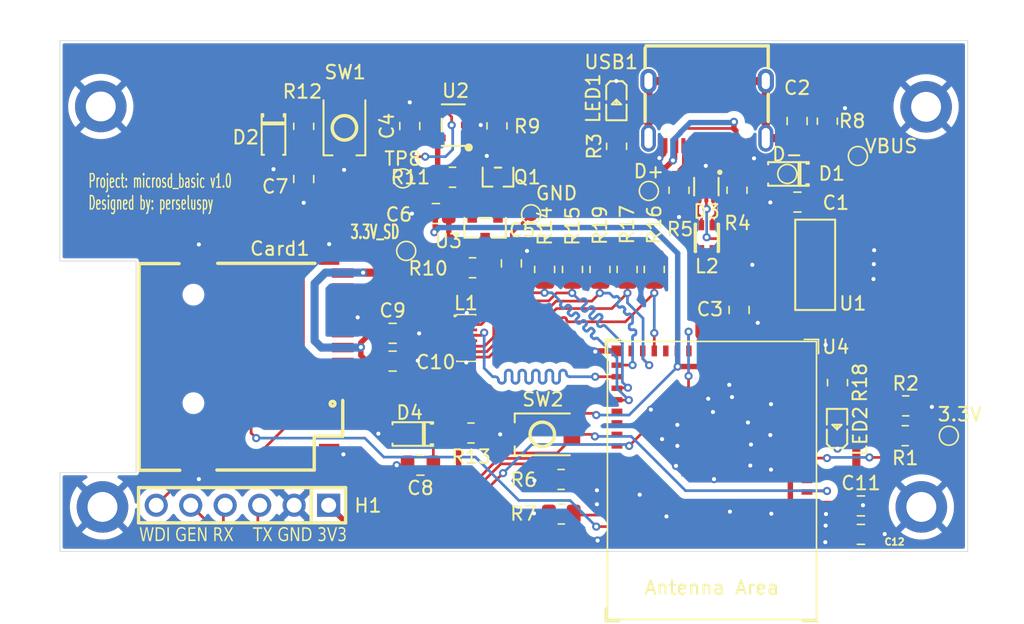
<source format=kicad_pcb>
(kicad_pcb (version 20221018) (generator pcbnew)
  (layers (0 "F.Cu" signal) (31 "B.Cu" signal) (34 "B.Paste" user) (35 "F.Paste" user) (36 "B.SilkS" user "B.Silkscreen") (37 "F.SilkS" user "F.Silkscreen") (38 "B.Mask" user) (39 "F.Mask" user) (44 "Edge.Cuts" user))
  (net 0 "")
  (net 1 "/V_INPUT")
  (net 2 "GND")
  (net 3 "/SHIELD")
  (net 4 "+3.3V")
  (net 5 "/3.3V_SD")
  (net 6 "/nMR")
  (net 7 "/BOOT0")
  (net 8 "Net-(Card1-DAT2)")
  (net 9 "Net-(Card1-CD{slash}DAT3)")
  (net 10 "Net-(Card1-CMD)")
  (net 11 "Net-(Card1-CLX)")
  (net 12 "Net-(Card1-DAT0)")
  (net 13 "Net-(Card1-DAT1)")
  (net 14 "/VBUS")
  (net 15 "/D-")
  (net 16 "/D+")
  (net 17 "/USB_D+")
  (net 18 "/USB_D-")
  (net 19 "/U0_RX")
  (net 20 "/U0_TX")
  (net 21 "/GEN_1")
  (net 22 "/WDI")
  (net 25 "/SDDAT2")
  (net 26 "/SDDAT3")
  (net 27 "/SDCMD")
  (net 29 "/SDCLX")
  (net 31 "/SDDAT0")
  (net 32 "/SDDAT1")
  (net 33 "/USB_FIL_D+")
  (net 34 "Net-(LED1-A)")
  (net 35 "Net-(LED2-A)")
  (net 36 "Net-(Q1-G)")
  (net 37 "Net-(Q1-D)")
  (net 38 "/STRAP_3")
  (net 39 "Net-(USB1-CC1)")
  (net 40 "Net-(USB1-CC2)")
  (net 41 "/STRAP_45")
  (net 42 "/STRAP_46")
  (net 43 "/nRESET")
  (net 44 "/LED_EN")
  (net 70 "/USB_FIL_D-")
  (footprint "MountingHole:MountingHole_2.2mm_M2_DIN965_Pad" (layer "F.Cu") (at 105.475 152.9)
    (fp_text reference "H5" hide)
    (fp_text value "MountingHole_Pad")
  )
  (footprint "PCM_Espressif:ESP32-S3-MINI-1" (layer "F.Cu") (at 150.375 148.4 180)
    (fp_text reference "U4")
    (fp_text value "ESP32-S3-MINI-1")
  )
  (footprint "my_lib:[VOLTAGE_SUPERVISOR]Texas Instruments TPS3823-33DBVR" (layer "F.Cu") (at 131.3175 124.74875 90)
    (fp_text reference "U2")
    (fp_text value "TPS3823-33DBVR")
  )
  (footprint "Resistor_SMD:R_0805_2012Metric" (layer "F.Cu") (at 131.2625 128.59375)
    (fp_text reference "R11")
    (fp_text value "1M")
  )
  (footprint "Fiducial:Fiducial_0.5mm_Mask1mm" (layer "F.Cu") (at 166.175 137)
    (fp_text reference "FID2" hide)
    (fp_text value "Fiducial")
  )
  (footprint "Capacitor_SMD:C_0805_2012Metric" (layer "F.Cu") (at 126.85 140.1)
    (fp_text reference "C9")
    (fp_text value "10u")
  )
  (footprint "Fiducial:Fiducial_0.5mm_Mask1mm" (layer "F.Cu") (at 111.95 123.55)
    (fp_text reference "FID1" hide)
    (fp_text value "Fiducial")
  )
  (footprint "my_lib:[MICRO_SD_PUSH]SHOU HAN TF PUSH" (layer "F.Cu") (at 117.875 142.2 -90)
    (fp_text reference "Card1")
    (fp_text value "TF PUSH")
  )
  (footprint "Capacitor_SMD:C_0805_2012Metric" (layer "F.Cu") (at 128.1125 124.81875 90)
    (fp_text reference "C4")
    (fp_text value "100n")
  )
  (footprint "Capacitor_SMD:C_0805_2012Metric" (layer "F.Cu") (at 161.35 154.925)
    (fp_text reference "C12")
    (fp_text value "100n")
  )
  (footprint "Capacitor_SMD:C_0805_2012Metric" (layer "F.Cu") (at 120.3 128.725 -90)
    (fp_text reference "C7")
    (fp_text value "1u")
  )
  (footprint "Resistor_SMD:R_0805_2012Metric" (layer "F.Cu") (at 134.5375 124.80625 -90)
    (fp_text reference "R9")
    (fp_text value "1k")
  )
  (footprint "Resistor_SMD:R_0805_2012Metric" (layer "F.Cu") (at 143.35 126.3125 90)
    (fp_text reference "R3")
    (fp_text value "470R")
  )
  (footprint "Resistor_SMD:R_0805_2012Metric" (layer "F.Cu") (at 158.875 124.4625 90)
    (fp_text reference "R8")
    (fp_text value "1M")
  )
  (footprint "my_lib:[LDO]Diodes Incorporated AP2114HA-3.3TRG1" (layer "F.Cu") (at 157.88 135.05 180)
    (fp_text reference "U1")
    (fp_text value "AP2114HA-3.3TRG1")
  )
  (footprint "my_lib:[TACTILE_SWITCH]XUNPU TS-1088-AR02016" (layer "F.Cu") (at 137.875 147.55)
    (fp_text reference "SW2")
    (fp_text value "TS-1088-AR02016")
  )
  (footprint "MountingHole:MountingHole_2.2mm_M2_DIN965_Pad" (layer "F.Cu") (at 166.15 123.4)
    (fp_text reference "H2" hide)
    (fp_text value "MountingHole_Pad")
  )
  (footprint "Capacitor_SMD:C_0805_2012Metric" (layer "F.Cu") (at 156.675 130.425 180)
    (fp_text reference "C1")
    (fp_text value "22u")
  )
  (footprint "Fiducial:Fiducial_0.5mm_Mask1mm" (layer "F.Cu") (at 124.925 151.675)
    (fp_text reference "FID3" hide)
    (fp_text value "Fiducial")
  )
  (footprint "TestPoint:TestPoint_Pad_D1.0mm" (layer "F.Cu") (at 145.725 129.6)
    (fp_text reference "D+")
    (fp_text value "TestPoint")
  )
  (footprint "TestPoint:TestPoint_Pad_D1.0mm" (layer "F.Cu") (at 167.825 147.65)
    (fp_text reference "3.3V")
    (fp_text value "TestPoint")
  )
  (footprint "Capacitor_SMD:C_0805_2012Metric" (layer "F.Cu") (at 130.0375 131.26875 180)
    (fp_text reference "C6")
    (fp_text value "10u")
  )
  (footprint "MountingHole:MountingHole_2.2mm_M2_DIN965_Pad" (layer "F.Cu") (at 105.35 123.375)
    (fp_text reference "H3" hide)
    (fp_text value "MountingHole_Pad")
  )
  (footprint "my_lib:[6P_HEADER_STR]XFCN PZ254V-11-06P" (layer "F.Cu") (at 115.785 152.775 180)
    (fp_text reference "H1")
    (fp_text value "PZ254V-11-06P")
  )
  (footprint "my_lib:[POWER_PMOS]HXY MOSFET SI2301-ZE" (layer "F.Cu") (at 133.6625 132.31875 90)
    (fp_text reference "U3")
    (fp_text value "SI2301-ZE")
  )
  (footprint "my_lib:SOD-123_L2.8-W1.8-LS3.7-RD" (layer "F.Cu") (at 128.25 147.525 180)
    (fp_text reference "D4")
    (fp_text value "STPS140Z")
  )
  (footprint "my_lib:USB-C-SMD_TYPE-C-6PIN-2MD-073" (layer "F.Cu") (at 150.02 123.88 180)
    (fp_text reference "USB1")
    (fp_text value "TYPE-C 16PIN 2MD(073)")
  )
  (footprint "Capacitor_SMD:C_0805_2012Metric" (layer "F.Cu") (at 156.65 124.45 90)
    (fp_text reference "C2")
    (fp_text value "1u")
  )
  (footprint "my_lib:SOT-666-6_L1.6-W1.2-P0.50-LS1.6-BR" (layer "F.Cu") (at 149.9616 129.286 90)
    (fp_text reference "D3")
    (fp_text value "USBLC6-2P6")
  )
  (footprint "TestPoint:TestPoint_Pad_D1.0mm" (layer "F.Cu") (at 127.85 134.025)
    (fp_text reference "3.3V_SD")
    (fp_text value "TestPoint")
  )
  (footprint "Resistor_SMD:R_0805_2012Metric" (layer "F.Cu") (at 144.125 135.3875 -90)
    (fp_text reference "R17")
    (fp_text value "10k")
  )
  (footprint "Resistor_SMD:R_0805_2012Metric" (layer "F.Cu") (at 132.7375 135.26875 180)
    (fp_text reference "R10")
    (fp_text value "0R")
  )
  (footprint "Capacitor_SMD:C_0805_2012Metric" (layer "F.Cu") (at 161.35 152.825)
    (fp_text reference "C11")
    (fp_text value "10u")
  )
  (footprint "Resistor_SMD:R_0805_2012Metric" (layer "F.Cu") (at 139.275 153.425 180)
    (fp_text reference "R7")
    (fp_text value "10k")
  )
  (footprint "TestPoint:TestPoint_Pad_D1.0mm" (layer "F.Cu") (at 161.125 127.025)
    (fp_text reference "VBUS")
    (fp_text value "TestPoint")
  )
  (footprint "my_lib:[TACTILE_SWITCH]XUNPU TS-1088-AR02016" (layer "F.Cu") (at 123.3 124.95 90)
    (fp_text reference "SW1")
    (fp_text value "TS-1088-AR02016")
  )
  (footprint "Capacitor_SMD:C_0805_2012Metric" (layer "F.Cu") (at 152.375 138.375 -90)
    (fp_text reference "C3")
    (fp_text value "22u")
  )
  (footprint "Capacitor_SMD:C_0805_2012Metric" (layer "F.Cu") (at 128.9 149.825 180)
    (fp_text reference "C8")
    (fp_text value "1u")
  )
  (footprint "TestPoint:TestPoint_Pad_D1.0mm" (layer "F.Cu") (at 127.6 128.675)
    (fp_text reference "TP8")
    (fp_text value "TestPoint")
  )
  (footprint "Capacitor_SMD:C_0805_2012Metric" (layer "F.Cu") (at 126.85 142.15)
    (fp_text reference "C10")
    (fp_text value "100n")
  )
  (footprint "Resistor_SMD:R_0805_2012Metric" (layer "F.Cu") (at 142.125 135.3875 -90)
    (fp_text reference "R19")
    (fp_text value "10k")
  )
  (footprint "my_lib:SOD-123_L2.8-W1.8-LS3.7-RD" (layer "F.Cu") (at 118.075 125.525 -90)
    (fp_text reference "D2")
    (fp_text value "STPS140Z")
  )
  (footprint "Capacitor_SMD:C_0805_2012Metric" (layer "F.Cu") (at 135.6 134.94375 90)
    (fp_text reference "C5")
    (fp_text value "100n")
  )
  (footprint "Resistor_SMD:R_0805_2012Metric" (layer "F.Cu") (at 152.2222 129.55 90)
    (fp_text reference "R4")
    (fp_text value "5.1k")
  )
  (footprint "Resistor_SMD:R_0805_2012Metric" (layer "F.Cu") (at 139.2625 150.875 180)
    (fp_text reference "R6")
    (fp_text value "10k")
  )
  (footprint "Resistor_SMD:R_0805_2012Metric" (layer "F.Cu") (at 164.6125 147.65 180)
    (fp_text reference "R1")
    (fp_text value "10k")
  )
  (footprint "my_lib:[EMI_FILTER_W_ESD_PROT]STMicroelectronics EMIF08-LCD04M16" (layer "F.Cu") (at 132.275 140.45 -90)
    (fp_text reference "L1")
    (fp_text value "EMIF08-LCD04M16")
  )
  (footprint "TestPoint:TestPoint_Pad_D1.0mm" (layer "F.Cu") (at 137.05 131.325)
    (fp_text reference "GND")
    (fp_text value "TestPoint")
  )
  (footprint "Resistor_SMD:R_0805_2012Metric" (layer "F.Cu") (at 132.625 147.45)
    (fp_text reference "R13")
    (fp_text value "10k")
  )
  (footprint "Resistor_SMD:R_0805_2012Metric" (layer "F.Cu") (at 146.125 135.3875 90)
    (fp_text reference "R16")
    (fp_text value "10k")
  )
  (footprint "Resistor_SMD:R_0805_2012Metric" (layer "F.Cu") (at 159.625 143.7375 -90)
    (fp_text reference "R18")
    (fp_text value "470R")
  )
  (footprint "MountingHole:MountingHole_2.2mm_M2_DIN965_Pad" (layer "F.Cu") (at 165.8 152.9)
    (fp_text reference "H4" hide)
    (fp_text value "MountingHole_Pad")
  )
  (footprint "TestPoint:TestPoint_Pad_D1.0mm" (layer "F.Cu") (at 155.925 128.35)
    (fp_text reference "D-")
    (fp_text value "TestPoint")
  )
  (footprint "my_lib:SOD-123_L2.8-W1.8-LS3.7-RD" (layer "F.Cu") (at 155.925 128.35 180)
    (fp_text reference "D1")
    (fp_text value "STPS140Z")
  )
  (footprint "Resistor_SMD:R_0805_2012Metric" (layer "F.Cu") (at 120.3 124.8375 90)
    (fp_text reference "R12")
    (fp_text value "10k")
  )
  (footprint "my_lib:[LED]Lite-On LTST-C190KRKT" (layer "F.Cu") (at 159.6 147.0625 90)
    (fp_text reference "LED2")
    (fp_text value "LTST-C190KRKT")
  )
  (footprint "my_lib:FILTER-SMD_4P-L2.0-W1.2-BL_DLW21H" (layer "F.Cu") (at 150 133.05 180)
    (fp_text reference "L2")
    (fp_text value "DLW21SN900SQ2L")
  )
  (footprint "Resistor_SMD:R_0805_2012Metric" (layer "F.Cu") (at 164.65 145.45)
    (fp_text reference "R2")
    (fp_text value "10k")
  )
  (footprint "Resistor_SMD:R_0805_2012Metric" (layer "F.Cu") (at 147.95 129.55 90)
    (fp_text reference "R5")
    (fp_text value "5.1k")
  )
  (footprint "my_lib:[LED]Lite-On LTST-C190KRKT" (layer "F.Cu") (at 143.325 123 -90)
    (fp_text reference "LED1")
    (fp_text value "LTST-C190KRKT")
  )
  (footprint "Resistor_SMD:R_0805_2012Metric" (layer "F.Cu") (at 138.05 135.3875 90)
    (fp_text reference "R14")
    (fp_text value "10k")
  )
  (footprint "my_lib:[NMOS]Nexperia BSS138PW,115" (layer "F.Cu") (at 134.6125 128.58375 90)
    (fp_text reference "Q1")
    (fp_text value "BSS138PW,115")
  )
  (footprint "Resistor_SMD:R_0805_2012Metric" (layer "F.Cu") (at 140.1 135.3875 -90)
    (fp_text reference "R15")
    (fp_text value "10k")
  )
  (gr_line (start 102.3366 118.5164) (end 169.2148 118.5164) (stroke (width 0.05)) (layer "Edge.Cuts"))
  (gr_line (start 102.3366 156.1846) (end 102.3366 150.368) (stroke (width 0.05)) (layer "Edge.Cuts"))
  (gr_line (start 169.2148 118.5164) (end 169.2148 156.1846) (stroke (width 0.05)) (layer "Edge.Cuts"))
  (gr_line (start 107.95 150.368) (end 107.95 134.7724) (stroke (width 0.05)) (layer "Edge.Cuts"))
  (gr_line (start 102.3366 134.7724) (end 102.3366 118.5164) (stroke (width 0.05)) (layer "Edge.Cuts"))
  (gr_line (start 107.95 134.7724) (end 102.3366 134.7724) (stroke (width 0.05)) (layer "Edge.Cuts"))
  (gr_line (start 169.2148 156.1846) (end 102.3366 156.1846) (stroke (width 0.05)) (layer "Edge.Cuts"))
  (gr_line (start 102.3366 150.368) (end 107.95 150.368) (stroke (width 0.05)) (layer "Edge.Cuts"))
  (gr_text "WDI GEN RX    TX GND 3V3\n" (at 115.829938 155.003622) (layer "F.SilkS") (effects (font (size 1 0.8))))
  (gr_text "Project: microsd_basic v1.0\nDesigned by: perseluspy" (at 104.394 131.064) (layer "F.SilkS") (effects (font (size 1 0.5) (thickness 0.1)) (justify left bottom)))
  (segment (start 157.625 131.8) (end 156.675 132.75) (width 0.4) (layer "F.Cu") (net 1))
  (segment (start 157.625 130.425) (end 157.625 131.8) (width 0.4) (layer "F.Cu") (net 1))
  (segment (start 157.615 128.35) (end 157.615 130.415) (width 0.4) (layer "F.Cu") (net 1))
  (segment (start 156.675 132.75) (end 154.91 132.75) (width 0.4) (layer "F.Cu") (net 1))
  (segment (start 157.615 130.415) (end 157.625 130.425) (width 0.4) (layer "F.Cu") (net 1))
  (segment (start 120.3 129.675) (end 120.3 130.475) (width 0.2) (layer "F.Cu") (net 2))
  (segment (start 153.775 155.4) (end 154.625 155.4) (width 0.4) (layer "F.Cu") (net 2))
  (segment (start 138.35 150.875) (end 137.375 150.875) (width 0.2) (layer "F.Cu") (net 2))
  (segment (start 162.3 154.925) (end 163.075 154.925) (width 0.2) (layer "F.Cu") (net 2))
  (segment (start 158.625 155.4) (end 158.725 155.5) (width 0.4) (layer "F.Cu") (net 2))
  (segment (start 160.125 123.55) (end 160.175 123.5) (width 0.2) (layer "F.Cu") (net 2))
  (segment (start 166.5 145.45) (end 166.575 145.525) (width 0.2) (layer "F.Cu") (net 2))
  (segment (start 128.1125 123.86875) (end 128.1125 123.06875) (width 0.4) (layer "F.Cu") (net 2))
  (segment (start 162.25 135.05) (end 162.3 135) (width 0.4) (layer "F.Cu") (net 2))
  (segment (start 149.9616 128.566) (end 149.9616 127.789917) (width 0.2) (layer "F.Cu") (net 2))
  (segment (start 137.375 150.875) (end 137.3 150.95) (width 0.2) (layer "F.Cu") (net 2))
  (segment (start 154.91 135.05) (end 153.35 135.05) (width 0.4) (layer "F.Cu") (net 2))
  (segment (start 141.825 141.4) (end 141.775 141.45) (width 0.4) (layer "F.Cu") (net 2))
  (segment (start 137.3125 153.425) (end 137.2625 153.375) (width 0.2) (layer "F.Cu") (net 2))
  (segment (start 157.375 141.4) (end 158.3 141.4) (width 0.4) (layer "F.Cu") (net 2))
  (segment (start 152.025 150.05) (end 153 150.05) (width 0.4) (layer "F.Cu") (net 2))
  (segment (start 148.725 146.75) (end 150.375 146.75) (width 0.4) (layer "F.Cu") (net 2))
  (segment (start 148.725 150.05) (end 147.9 150.05) (width 0.4) (layer "F.Cu") (net 2))
  (segment (start 123.3 127.13) (end 123.3 128.025) (width 0.2) (layer "F.Cu") (net 2))
  (segment (start 148.725 150.05) (end 150.375 150.05) (width 0.4) (layer "F.Cu") (net 2))
  (segment (start 143.375 155.4) (end 141.975 155.4) (width 0.4) (layer "F.Cu") (net 2))
  (segment (start 135.695 147.55) (end 134.775 147.55) (width 0.2) (layer "F.Cu") (net 2))
  (segment (start 149.9616 127.789917) (end 149.921683 127.75) (width 0.2) (layer "F.Cu") (net 2))
  (segment (start 157.375 155.4) (end 157.375 154.35) (width 0.4) (layer "F.Cu") (net 2))
  (segment (start 123.3 128.025) (end 123.275 128.05) (width 0.2) (layer "F.Cu") (net 2))
  (segment (start 127.8 142.15) (end 128.6648 142.15) (width 0.4) (layer "F.Cu") (net 2))
  (segment (start 148.725 148.4) (end 150.375 148.4) (width 0.4) (layer "F.Cu") (net 2))
  (segment (start 147.9 150.05) (end 147.725 149.875) (width 0.4) (layer "F.Cu") (net 2))
  (segment (start 122.175 149.05) (end 123.2 149.05) (width 0.4) (layer "F.Cu") (net 2))
  (segment (start 152.025 146.75) (end 152.025 148.4) (width 0.4) (layer "F.Cu") (net 2))
  (segment (start 148.725 148.4) (end 147.825 148.4) (width 0.4) (layer "F.Cu") (net 2))
  (segment (start 141.975 155.4) (end 141.95 155.375) (width 0.4) (layer "F.Cu") (net 2))
  (segment (start 143.375 151.8) (end 142.025 151.8) (width 0.4) (layer "F.Cu") (net 2))
  (segment (start 152.925 155.4) (end 152.075 155.4) (width 0.4) (layer "F.Cu") (net 2))
  (segment (start 158.675 154.35) (end 158.75 154.275) (width 0.4) (layer "F.Cu") (net 2))
  (segment (start 152.025 150.05) (end 152.025 148.4) (width 0.4) (layer "F.Cu") (net 2))
  (segment (start 153.8625 130.4625) (end 153.875 130.45) (width 0.2) (layer "F.Cu") (net 2))
  (segment (start 123.2 149.05) (end 123.225 149.025) (width 0.4) (layer "F.Cu") (net 2))
  (segment (start 129.0875 131.26875) (end 128.28125 131.26875) (width 0.2) (layer "F.Cu") (net 2))
  (segment (start 156.65 123.5) (end 158.825 123.5) (width 0.2) (layer "F.Cu") (net 2))
  (segment (start 157.375 153.5) (end 158.7 153.5) (width 0.4) (layer "F.Cu") (net 2))
  (segment (start 147.825 155.4) (end 146.975 155.4) (width 0.4) (layer "F.Cu") (net 2))
  (segment (start 133.3325 124.74875) (end 133.3375 124.74375) (width 0.4) (layer "F.Cu") (net 2))
  (segment (start 154.7 130.425) (end 154.675 130.45) (width 0.4) (layer "F.Cu") (net 2))
  (segment (start 146.975 155.4) (end 146.125 155.4) (width 0.4) (layer "F.Cu") (net 2))
  (segment (start 128.797 140.1) (end 128.8034 140.1064) (width 0.4) (layer "F.Cu") (net 2))
  (segment (start 112.575 134.45) (end 112.575 133.55) (width 0.4) (layer "F.Cu") (net 2))
  (segment (start 158.3 141.4) (end 158.75 140.95) (width 0.4) (layer "F.Cu") (net 2))
  (segment (start 162.3 152.825) (end 161.55 152.825) (width 0.2) (layer "F.Cu") (net 2))
  (segment (start 152.375 139.325) (end 153.75 139.325) (width 0.4) (layer "F.Cu") (net 2))
  (segment (start 112.575 149.95) (end 112.575 150.85) (width 0.4) (layer "F.Cu") (net 2))
  (segment (start 149.525 155.4) (end 148.675 155.4) (width 0.4) (layer "F.Cu") (net 2))
  (segment (start 150.375 150.7) (end 150.525 150.85) (width 0.4) (layer "F.Cu") (net 2))
  (segment (start 152.025 146.75) (end 152.95 146.75) (width 0.4) (layer "F.Cu") (net 2))
  (segment (start 132.275 140.45) (end 132.275 138.642929) (width 0.4) (layer "F.Cu") (net 2))
  (segment (start 147.95 130.4625) (end 147.95 131.525) (width 0.2) (layer "F.Cu") (net 2))
  (segment (start 148.725 146.75) (end 147.925 146.75) (width 0.4) (layer "F.Cu") (net 2))
  (segment (start 161.25 135.05) (end 162.325 133.975) (width 0.4) (layer "F.Cu") (net 2))
  (segment (start 150.375 146.75) (end 150.375 145.975) (width 0.4) (layer "F.Cu") (net 2))
  (segment (start 150.375 155.4) (end 149.525 155.4) (width 0.4) (layer "F.Cu") (net 2))
  (segment (start 153.775 155.4) (end 152.925 155.4) (width 0.4) (layer "F.Cu") (net 2))
  (segment (start 160.85 135.05) (end 162.25 135.05) (width 0.4) (layer "F.Cu") (net 2))
  (segment (start 138.3625 153.425) (end 137.3125 153.425) (width 0.2) (layer "F.Cu") (net 2))
  (segment (start 155.475 155.4) (end 154.625 155.4) (width 0.4) (layer "F.Cu") (net 2))
  (segment (start 150.375 148.4) (end 150.375 146.75) (width 0.4) (layer "F.Cu") (net 2))
  (segment (start 159.6 147.8625) (end 159.6 148.575) (width 0.2) (layer "F.Cu") (net 2))
  (segment (start 125.825 147.525) (end 125.8 147.5) (width 0.2) (layer "F.Cu") (net 2))
  (segment (start 126.56 147.525) (end 125.825 147.525) (width 0.2) (layer "F.Cu") (net 2))
  (segment (start 163.075 154.925) (end 163.1 154.9) (width 0.2) (layer "F.Cu") (net 2))
  (segment (start 152.95 146.75) (end 153.025 146.675) (width 0.4) (layer "F.Cu") (net 2))
  (segment (start 146.82 126.26) (end 146.82 126.855) (width 0.4) (layer "F.Cu") (net 2))
  (segment (start 145.275 155.4) (end 144.425 155.4) (width 0.4) (layer "F.Cu") (net 2))
  (segment (start 150.375 150.05) (end 150.375 148.4) (width 0.4) (layer "F.Cu") (net 2))
  (segment (start 159.6 148.575) (end 159.625 148.6) (width 0.2) (layer "F.Cu") (net 2))
  (segment (start 160.85 135.05) (end 161.225 135.05) (width 0.4) (layer "F.Cu") (net 2))
  (segment (start 153.22 126.945) (end 153.475 127.2) (width 0.4) (layer "F.Cu") (net 2))
  (segment (start 150.375 146.75) (end 152.025 146.75) (width 0.4) (layer "F.Cu") (net 2))
  (segment (start 158.7 153.5) (end 158.775 153.425) (width 0.4) (layer "F.Cu") (net 2))
  (segment (start 153 150.05) (end 153.2 149.85) (width 0.4) (layer "F.Cu") (net 2))
  (segment (start 161.225 135.05) (end 162.275 136.1) (width 0.4) (layer "F.Cu") (net 2))
  (segment (start 165.5625 145.45) (end 166.5 145.45) (width 0.2) (layer "F.Cu") (net 2))
  (segment (start 123.175 138.95) (end 124.25 138.95) (width 0.4) (layer "F.Cu") (net 2))
  (segment (start 158.875 123.55) (end 160.125 123.55) (width 0.2) (layer "F.Cu") (net 2))
  (segment (start 157.375 153.5) (end 157.375 154.35) (width 0.4) (layer "F.Cu") (net 2))
  (segment (start 152.2222 130.4625) (end 153.8625 130.4625) (width 0.2) (layer "F.Cu") (net 2))
  (segment (start 155.725 130.425) (end 154.7 130.425) (width 0.4) (layer "F.Cu") (net 2))
  (segment (start 128.6648 142.15) (end 128.7018 142.113) (width 0.4) (layer "F.Cu") (net 2))
  (segment (start 157.375 154.35) (end 158.675 154.35) (width 0.4) (layer "F.Cu") (net 2))
  (segment (start 156.325 155.4) (end 155.475 155.4) (width 0.4) (layer "F.Cu") (net 2))
  (segment (start 136.71875 133.99375) (end 136.75 134.025) (width 0.2) (layer "F.Cu") (net 2))
  (segment (start 142.025 151.8) (end 141.9 151.675) (width 0.4) (layer "F.Cu") (net 2))
  (segment (start 137.05 131.325) (end 135.6 132.775) (width 0.2) (layer "F.Cu") (net 2))
  (segment (start 148.725 148.4) (end 148.725 146.75) (width 0.4) (layer "F.Cu") (net 2))
  (segment (start 144.425 155.4) (end 143.375 155.4) (width 0.4) (layer "F.Cu") (net 2))
  (segment (start 153.22 126.26) (end 153.22 126.945) (width 0.4) (layer "F.Cu") (net 2))
  (segment (start 118.075 127.215) (end 118.075 128) (width 0.2) (layer "F.Cu") (net 2))
  (segment (start 157.375 155.4) (end 156.325 155.4) (width 0.4) (layer "F.Cu") (net 2))
  (segment (start 162.25 152.775) (end 162.3 152.825) (width 0.2) (layer "F.Cu") (net 2))
  (segment (start 152.075 155.4) (end 151.225 155.4) (width 0.4) (layer "F.Cu") (net 2))
  (segment (start 158.825 123.5) (end 158.875 123.55) (width 0.2) (layer "F.Cu") (net 2))
  (segment (start 148.675 155.4) (end 147.825 155.4) (width 0.4) (layer "F.Cu") (net 2))
  (segment (start 148.725 150.05) (end 148.725 148.4) (width 0.4) (layer "F.Cu") (net 2))
  (segment (start 152.025 148.4) (end 153.15 148.4) (width 0.4) (layer "F.Cu") (net 2))
  (segment (start 132.275 138.642929) (end 132.317816 138.600113) (width 0.4) (layer "F.Cu") (net 2))
  (segment (start 122.175 134.45) (end 122.175 133.525) (width 0.4) (layer "F.Cu") (net 2))
  (segment (start 132.275 140.45) (end 132.275 142.249377) (width 0.4) (layer "F.Cu") (net 2))
  (segment (start 160.85 135.05) (end 161.25 135.05) (width 0.4) (layer "F.Cu") (net 2))
  (segment (start 135.6 132.775) (end 135.6 133.99375) (width 0.2) (layer "F.Cu") (net 2))
  (segment (start 133.9625 127.19375) (end 133.7875 127.01875) (width 0.4) (layer "F.Cu") (net 2))
  (segment (start 143.375 152.65) (end 141.95 152.65) (width 0.4) (layer "F.Cu") (net 2))
  (segment (start 143.375 141.4) (end 141.825 141.4) (width 0.4) (layer "F.Cu") (net 2))
  (segment (start 143.325 122.2) (end 143.325 121.5) (width 0.4) (layer "F.Cu") (net 2))
  (segment (start 141.95 152.65) (end 141.9 152.7) (width 0.4) (layer "F.Cu") (net 2))
  (segment (start 133.9625 127.68375) (end 133.9625 127.19375) (width 0.4) (layer "F.Cu") (net 2))
  (segment (start 128.28125 131.26875) (end 128.275 131.275) (width 0.2) (layer "F.Cu") (net 2))
  (segment (start 135.6 133.99375) (end 136.71875 133.99375) (width 0.2) (layer "F.Cu") (net 2))
  (segment (start 127.95 149.825) (end 127.15 149.825) (width 0.2) (layer "F.Cu") (net 2))
  (segment (start 146.125 155.4) (end 145.275 155.4) (width 0.4) (layer "F.Cu") (net 2))
  (segment (start 147.925 146.75) (end 147.825 146.85) (width 0.4) (layer "F.Cu") (net 2))
  (segment (start 153.875 130.45) (end 154.675 130.45) (width 0.2) (layer "F.Cu") (net 2))
  (segment (start 161.55 152.825) (end 161.5 152.775) (width 0.2) (layer "F.Cu") (net 2))
  (segment (start 150.375 150.05) (end 150.375 150.7) (width 0.4) (layer "F.Cu") (net 2))
  (segment (start 150.375 145.975) (end 150.45 145.9) (width 0.4) (layer "F.Cu") (net 2))
  (segment (start 127.8 140.1) (end 128.797 140.1) (width 0.4) (layer "F.Cu") (net 2))
  (segment (start 124.25 138.95) (end 124.275 138.925) (width 0.4) (layer "F.Cu") (net 2))
  (segment (start 150.375 150.05) (end 152.025 150.05) (width 0.4) (layer "F.Cu") (net 2))
  (segment (start 146.82 126.855) (end 146.5 127.175) (width 0.4) (layer "F.Cu") (net 2))
  (segment (start 151.225 155.4) (end 150.375 155.4) (width 0.4) (layer "F.Cu") (net 2))
  (segment (start 153.15 148.4) (end 153.25 148.3) (width 0.4) (layer "F.Cu") (net 2))
  (segment (start 152.025 148.4) (end 150.375 148.4) (width 0.4) (layer "F.Cu") (net 2))
  (segment (start 132.275 142.249377) (end 132.274732 142.249645) (width 0.4) (layer "F.Cu") (net 2))
  (segment (start 132.4675 124.74875) (end 133.3325 124.74875) (width 0.4) (layer "F.Cu") (net 2))
  (segment (start 157.375 155.4) (end 158.625 155.4) (width 0.4) (layer "F.Cu") (net 2))
  (via (at 123.275 128.05) (size 0.6) (drill 0.3) (layers "F.Cu" "B.Cu") (net 2))
  (via (at 123.225 149.025) (size 0.6) (drill 0.3) (layers "F.Cu" "B.Cu") (net 2))
  (via (at 159.625 148.6) (size 0.6) (drill 0.3) (layers "F.Cu" "B.Cu") (net 2))
  (via (at 133.7875 127.01875) (size 0.6) (drill 0.3) (layers "F.Cu" "B.Cu") (net 2))
  (via (at 160.175 123.5) (size 0.6) (drill 0.3) (layers "F.Cu" "B.Cu") (net 2))
  (via (at 141.9 152.7) (size 0.6) (drill 0.3) (layers "F.Cu" "B.Cu") (net 2))
  (via (at 158.75 154.275) (size 0.6) (drill 0.3) (layers "F.Cu" "B.Cu") (net 2))
  (via (at 153.75 139.325) (size 0.6) (drill 0.3) (layers "F.Cu" "B.Cu") (net 2))
  (via (at 133.3375 124.74375) (size 0.6) (drill 0.3) (layers "F.Cu" "B.Cu") (net 2))
  (via (at 161.5 152.775) (size 0.6) (drill 0.3) (layers "F.Cu" "B.Cu") (net 2))
  (via (at 147.025 153.6) (size 0.6) (drill 0.3) (layers "F.Cu" "B.Cu") (net 2))
  (via (at 137.3 150.95) (size 0.6) (drill 0.3) (layers "F.Cu" "B.Cu") (net 2))
  (via (at 151.85 144.8) (size 0.6) (drill 0.3) (layers "F.Cu" "B.Cu") (net 2))
  (via (at 162.275 136.1) (size 0.6) (drill 0.3) (layers "F.Cu" "B.Cu") (net 2))
  (via (at 128.8034 140.1064) (size 0.6) (drill 0.3) (layers "F.Cu" "B.Cu") (net 2))
  (via (at 128.1125 123.06875) (size 0.6) (drill 0.3) (layers "F.Cu" "B.Cu") (net 2))
  (via (at 147.825 146.85) (size 0.6) (drill 0.3) (layers "F.Cu" "B.Cu") (net 2))
  (via (at 128.275 131.275) (size 0.6) (drill 0.3) (layers "F.Cu" "B.Cu") (net 2))
  (via (at 127.15 149.825) (size 0.6) (drill 0.3) (layers "F.Cu" "B.Cu") (net 2))
  (via (at 136.75 134.025) (size 0.6) (drill 0.3) (layers "F.Cu" "B.Cu") (net 2))
  (via (at 147.725 149.875) (size 0.6) (drill 0.3) (layers "F.Cu" "B.Cu") (net 2))
  (via (at 154.75 153.4) (size 0.6) (drill 0.3) (layers "F.Cu" "B.Cu") (net 2))
  (via (at 112.575 133.55) (size 0.6) (drill 0.3) (layers "F.Cu" "B.Cu") (net 2))
  (via (at 118.075 128) (size 0.6) (drill 0.3) (layers "F.Cu" "B.Cu") (net 2))
  (via (at 125.8 147.5) (size 0.6) (drill 0.3) (layers "F.Cu" "B.Cu") (net 2))
  (via (at 122.175 133.525) (size 0.6) (drill 0.3) (layers "F.Cu" "B.Cu") (net 2))
  (via (at 146.5 127.175) (size 0.6) (drill 0.3) (layers "F.Cu" "B.Cu") (net 2))
  (via (at 154.675 147.6) (size 0.6) (drill 0.3) (layers "F.Cu" "B.Cu") (net 2))
  (via (at 150.525 150.85) (size 0.6) (drill 0.3) (layers "F.Cu" "B.Cu") (net 2))
  (via (at 154.725 150.15) (size 0.6) (drill 0.3) (layers "F.Cu" "B.Cu") (net 2))
  (via (at 147.825 148.4) (size 0.6) (drill 0.3) (layers "F.Cu" "B.Cu") (net 2))
  (via (at 124.275 138.925) (size 0.6) (drill 0.3) (layers "F.Cu" "B.Cu") (net 2))
  (via (at 153.25 148.3) (size 0.6) (drill 0.3) (layers "F.Cu" "B.Cu") (net 2))
  (via (at 151.65 143.9) (size 0.6) (drill 0.3) (layers "F.Cu" "B.Cu") (net 2))
  (via (at 145.05 152) (size 0.6) (drill 0.3) (layers "F.Cu" "B.Cu") (net 2))
  (via (at 112.575 150.85) (size 0.6) (drill 0.3) (layers "F.Cu" "B.Cu") (net 2))
  (via (at 158.775 153.425) (size 0.6) (drill 0.3) (layers "F.Cu" "B.Cu") (net 2))
  (via (at 134.775 147.55) (size 0.6) (drill 0.3) (layers "F.Cu" "B.Cu") (net 2))
  (via (at 143.325 121.5) (size 0.6) (drill 0.3) (layers "F.Cu" "B.Cu") (net 2))
  (via (at 128.7018 142.113) (size 0.6) (drill 0.3) (layers "F.Cu" "B.Cu") (net 2))
  (via (at 147.95 131.525) (size 0.6) (drill 0.3) (layers "F.Cu" "B.Cu") (net 2))
  (via (at 137.2625 153.375) (size 0.6) (drill 0.3) (layers "F.Cu" "B.Cu") (net 2))
  (via (at 153.35 135.05) (size 0.6) (drill 0.3) (layers "F.Cu" "B.Cu") (net 2))
  (via (at 132.274732 142.249645) (size 0.6) (drill 0.3) (layers "F.Cu" "B.Cu") (net 2))
  (via (at 158.725 155.5) (size 0.6) (drill 0.3) (layers "F.Cu" "B.Cu") (net 2))
  (via (at 149.921683 127.75) (size 0.6) (drill 0.3) (layers "F.Cu" "B.Cu") (net 2))
  (via (at 158.75 140.95) (size 0.6) (drill 0.3) (layers "F.Cu" "B.Cu") (net 2))
  (via (at 151.7 153.25) (size 0.6) (drill 0.3) (layers "F.Cu" "B.Cu") (net 2))
  (via (at 141.775 141.45) (size 0.6) (drill 0.3) (layers "F.Cu" "B.Cu") (net 2))
  (via (at 145.875 145.725) (size 0.6) (drill 0.3) (layers "F.Cu" "B.Cu") (net 2))
  (via (at 141.95 155.375) (size 0.6) (drill 0.3) (layers "F.Cu" "B.Cu") (net 2))
  (via (at 141.9 151.675) (size 0.6) (drill 0.3) (layers "F.Cu" "B.Cu") (net 2))
  (via (at 120.3 130.475) (size 0.6) (drill 0.3) (layers "F.Cu" "B.Cu") (net 2))
  (via (at 150.45 145.9) (size 0.6) (drill 0.3) (layers "F.Cu" "B.Cu") (net 2))
  (via (at 166.575 145.525) (size 0.6) (drill 0.3) (layers "F.Cu" "B.Cu") (net 2))
  (via (at 150.1 144.925) (size 0.6) (drill 0.3) (layers "F.Cu" "B.Cu") (net 2))
  (via (at 153.2 149.85) (size 0.6) (drill 0.3) (layers "F.Cu" "B.Cu") (net 2))
  (via (at 153.475 127.2) (size 0.6) (drill 0.3) (layers "F.Cu" "B.Cu") (net 2))
  (via (at 162.3 135) (size 0.6) (drill 0.3) (layers "F.Cu" "B.Cu") (net 2))
  (via (at 154.675 130.45) (size 0.6) (drill 0.3) (layers "F.Cu" "B.Cu") (net 2))
  (via (at 132.317816 138.600113) (size 0.6) (drill 0.3) (layers "F.Cu" "B.Cu") (net 2))
  (via (at 146.7 147.9) (size 0.6) (drill 0.3) (layers "F.Cu" "B.Cu") (net 2))
  (via (at 154.725 145.325) (size 0.6) (drill 0.3) (layers "F.Cu" "B.Cu") (net 2))
  (via (at 153.025 146.675) (size 0.6) (drill 0.3) (layers "F.Cu" "B.Cu") (net 2))
  (via (at 162.325 133.975) (size 0.6) (drill 0.3) (layers "F.Cu" "B.Cu") (net 2))
  (via (at 163.1 154.9) (size 0.6) (drill 0.3) (layers "F.Cu" "B.Cu") (net 2))
  (segment (start 145.7 121.5) (end 154.34 121.5) (width 0.6) (layer "F.Cu") (net 3))
  (segment (start 158.875 125.375) (end 156.675 125.375) (width 0.2) (layer "F.Cu") (net 3))
  (segment (start 154.34 125.71) (end 154.34 121.5) (width 0.6) (layer "F.Cu") (net 3))
  (segment (start 145.7 125.71) (end 145.7 121.5) (width 0.6) (layer "F.Cu") (net 3))
  (segment (start 156.675 125.375) (end 156.65 125.4) (width 0.2) (layer "F.Cu") (net 3))
  (segment (start 155.5 125.4) (end 156.65 125.4) (width 0.6) (layer "F.Cu") (net 3))
  (segment (start 155.19 125.71) (end 155.5 125.4) (width 0.6) (layer "F.Cu") (net 3))
  (segment (start 154.34 125.71) (end 155.19 125.71) (width 0.6) (layer "F.Cu") (net 3))
  (segment (start 131.7125 147.45) (end 131.7125 151.5625) (width 0.4) (layer "F.Cu") (net 4))
  (segment (start 130.36875 131.26875) (end 130.9875 131.26875) (width 0.4) (layer "F.Cu") (net 4))
  (segment (start 152.375 137.425) (end 152.375 133.579) (width 0.4) (layer "F.Cu") (net 4))
  (segment (start 154.91 137.35) (end 152.45 137.35) (width 0.4) (layer "F.Cu") (net 4))
  (segment (start 130.9875 132.81875) (end 131.8375 133.66875) (width 0.4) (layer "F.Cu") (net 4))
  (segment (start 154.91 137.35) (end 154.91 138.235) (width 0.6) (layer "F.Cu") (net 4))
  (segment (start 130.1675 128.41125) (end 130.35 128.59375) (width 0.4) (layer "F.Cu") (net 4))
  (segment (start 157.375 152.65) (end 160.225 152.65) (width 0.4) (layer "F.Cu") (net 4))
  (segment (start 130.9875 129.91875) (end 130.9875 131.26875) (width 0.4) (layer "F.Cu") (net 4))
  (segment (start 156 145.025) (end 153.525 142.55) (width 0.4) (layer "F.Cu") (net 4))
  (segment (start 120.3 125.75) (end 128.09375 125.75) (width 0.2) (layer "F.Cu") (net 4))
  (segment (start 167.825 147.65) (end 165.525 147.65) (width 0.2) (layer "F.Cu") (net 4))
  (segment (start 161.0106 151.1394) (end 160.825 151.325) (width 0.6) (layer "F.Cu") (net 4))
  (segment (start 130.26875 128.675) (end 130.35 128.59375) (width 0.2) (layer "F.Cu") (net 4))
  (segment (start 163.225 151.325) (end 160.825 151.325) (width 0.4) (layer "F.Cu") (net 4))
  (segment (start 130.35 129.28125) (end 130.9875 129.91875) (width 0.4) (layer "F.Cu") (net 4))
  (segment (start 160.4 152.825) (end 160.4 154.925) (width 0.4) (layer "F.Cu") (net 4))
  (segment (start 155.675 139) (end 158.998528 139) (width 0.6) (layer "F.Cu") (net 4))
  (segment (start 152.45 137.35) (end 152.375 137.425) (width 0.4) (layer "F.Cu") (net 4))
  (segment (start 131.0375 131.31875) (end 130.9875 131.26875) (width 0.4) (layer "F.Cu") (net 4))
  (segment (start 129.25 154.025) (end 123.385 154.025) (width 0.4) (layer "F.Cu") (net 4))
  (segment (start 157.375 152.65) (end 156.35 152.65) (width 0.4) (layer "F.Cu") (net 4))
  (segment (start 141.725 146) (end 141.85 146.125) (width 0.2) (layer "F.Cu") (net 4))
  (segment (start 128.1125 125.76875) (end 128.1825 125.69875) (width 0.4) (layer "F.Cu") (net 4))
  (segment (start 154.91 138.235) (end 155.675 139) (width 0.6) (layer "F.Cu") (net 4))
  (segment (start 131.7125 151.5625) (end 129.25 154.025) (width 0.4) (layer "F.Cu") (net 4))
  (segment (start 128.1825 125.69875) (end 130.1675 125.69875) (width 0.4) (layer "F.Cu") (net 4))
  (segment (start 160.225 152.65) (end 160.4 152.825) (width 0.4) (layer "F.Cu") (net 4))
  (segment (start 158.998528 139) (end 161.0106 141.012072) (width 0.6) (layer "F.Cu") (net 4))
  (segment (start 131.8375 133.66875) (end 131.825 133.68125) (width 0.4) (layer "F.Cu") (net 4))
  (segment (start 165.525 147.65) (end 165.525 149.025) (width 0.4) (layer "F.Cu") (net 4))
  (segment (start 129.925 132.65) (end 129.9875 132.5875) (width 0.4) (layer "F.Cu") (net 4))
  (segment (start 129.9875 132.5875) (end 129.9875 131.65) (width 0.4) (layer "F.Cu") (net 4))
  (segment (start 127.6 128.675) (end 130.26875 128.675) (width 0.2) (layer "F.Cu") (net 4))
  (segment (start 160.825 151.325) (end 160.4 151.75) (width 0.6) (layer "F.Cu") (net 4))
  (segment (start 149.9616 130.9116) (end 149.987 130.937) (width 0.2) (layer "F.Cu") (net 4))
  (segment (start 132.7125 131.31875) (end 131.0375 131.31875) (width 0.4) (layer "F.Cu") (net 4))
  (segment (start 128.09375 125.75) (end 128.1125 125.76875) (width 0.2) (layer "F.Cu") (net 4))
  (segment (start 131.825 133.68125) (end 131.825 135.26875) (width 0.4) (layer "F.Cu") (net 4))
  (segment (start 123.385 154.025) (end 122.135 152.775) (width 0.4) (layer "F.Cu") (net 4))
  (segment (start 153.525 142.55) (end 147.85 142.55) (width 0.4) (layer "F.Cu") (net 4))
  (segment (start 151.9174 133.1214) (end 151.3078 133.1214) (width 0.4) (layer "F.Cu") (net 4))
  (segment (start 130.9875 131.26875) (end 130.9875 132.15) (width 0.4) (layer "F.Cu") (net 4))
  (segment (start 165.525 149.025) (end 163.225 151.325) (width 0.4) (layer "F.Cu") (net 4))
  (segment (start 131.7125 147.45) (end 131.7125 146.3375) (width 0.2) (layer "F.Cu") (net 4))
  (segment (start 161.0106 141.012072) (end 161.0106 151.1394) (width 0.6) (layer "F.Cu") (net 4))
  (segment (start 156.15 152.45) (end 156.15 145.175) (width 0.4) (layer "F.Cu") (net 4))
  (segment (start 151.3078 133.1214) (end 150.0886 133.1214) (width 0.2) (layer "F.Cu") (net 4))
  (segment (start 132.05 146) (end 141.725 146) (width 0.2) (layer "F.Cu") (net 4))
  (segment (start 149.9616 130.006) (end 149.9616 130.9116) (width 0.2) (layer "F.Cu") (net 4))
  (segment (start 150.0886 133.1214) (end 149.987 133.0198) (width 0.2) (layer "F.Cu") (net 4))
  (segment (start 129.9875 131.65) (end 130.36875 131.26875) (width 0.4) (layer "F.Cu") (net 4))
  (segment (start 160.4 151.75) (end 160.4 152.825) (width 0.6) (layer "F.Cu") (net 4))
  (segment (start 156.15 145.175) (end 156 145.025) (width 0.4) (layer "F.Cu") (net 4))
  (segment (start 156.35 152.65) (end 156.15 152.45) (width 0.4) (layer "F.Cu") (net 4))
  (segment (start 130.35 128.59375) (end 130.35 129.28125) (width 0.4) (layer "F.Cu") (net 4))
  (segment (start 130.1675 125.69875) (end 130.1675 128.41125) (width 0.4) (layer "F.Cu") (net 4))
  (segment (start 130.9875 132.15) (end 130.9875 132.81875) (width 0.4) (layer "F.Cu") (net 4))
  (segment (start 152.375 133.579) (end 151.9174 133.1214) (width 0.4) (layer "F.Cu") (net 4))
  (segment (start 131.7125 146.3375) (end 132.05 146) (width 0.2) (layer "F.Cu") (net 4))
  (via (at 147.85 142.55) (size 0.6) (drill 0.3) (layers "F.Cu" "B.Cu") (net 4))
  (via (at 149.987 133.0198) (size 0.6) (drill 0.3) (layers "F.Cu" "B.Cu") (net 4))
  (via (at 129.925 132.65) (size 0.6) (drill 0.3) (layers "F.Cu" "B.Cu") (net 4))
  (via (at 149.987 130.937) (size 0.6) (drill 0.3) (layers "F.Cu" "B.Cu") (net 4))
  (via (at 141.85 146.125) (size 0.6) (drill 0.3) (layers "F.Cu" "B.Cu") (net 4))
  (segment (start 147.85 134.2) (end 145.95 132.3) (width 0.4) (layer "B.Cu") (net 4))
  (segment (start 145.95 132.3) (end 130.275 132.3) (width 0.4) (layer "B.Cu") (net 4))
  (segment (start 147.85 142.55) (end 147.85 134.2) (width 0.4) (layer "B.Cu") (net 4))
  (segment (start 144.275 146.125) (end 147.85 142.55) (width 0.2) (layer "B.Cu") (net 4))
  (segment (start 141.85 146.125) (end 144.275 146.125) (width 0.2) (layer "B.Cu") (net 4))
  (segment (start 149.987 130.937) (end 149.987 133.0198) (width 0.2) (layer "B.Cu") (net 4))
  (segment (start 130.275 132.3) (end 129.925 132.65) (width 0.4) (layer "B.Cu") (net 4))
  (segment (start 144.125 134.475) (end 146.125 134.475) (width 0.4) (layer "F.Cu") (net 5))
  (segment (start 124.932106 142.15) (end 124.5108 141.728694) (width 0.4) (layer "F.Cu") (net 5))
  (segment (start 133.65 135.4) (end 134.175 135.925) (width 0.4) (layer "F.Cu") (net 5))
  (segment (start 140.1 134.475) (end 142.125 134.475) (width 0.4) (layer "F.Cu") (net 5))
  (segment (start 135.6 135.89375) (end 136.43125 135.89375) (width 0.4) (layer "F.Cu") (net 5))
  (segment (start 133.65 133.33125) (end 133.6625 133.31875) (width 0.4) (layer "F.Cu") (net 5))
  (segment (start 129.442278 136.46875) (end 128.598528 135.625) (width 0.6) (layer "F.Cu") (net 5))
  (segment (start 134.20625 135.89375) (end 135.6 135.89375) (width 0.4) (layer "F.Cu") (net 5))
  (segment (start 124.5108 140.7922) (end 124.5108 141.1224) (width 0.4) (layer "F.Cu") (net 5))
  (segment (start 142.125 134.475) (end 144.125 134.475) (width 0.4) (layer "F.Cu") (net 5))
  (segment (start 132.45 136.46875) (end 129.442278 136.46875) (width 0.6) (layer "F.Cu") (net 5))
  (segment (start 133.65 135.26875) (end 133.65 135.4) (width 0.4) (layer "F.Cu") (net 5))
  (segment (start 134.175 135.925) (end 134.20625 135.89375) (width 0.4) (layer "F.Cu") (net 5))
  (segment (start 136.43125 135.89375) (end 137.85 134.475) (width 0.4) (layer "F.Cu") (net 5))
  (segment (start 125.203 140.1) (end 124.5108 140.7922) (width 0.4) (layer "F.Cu") (net 5))
  (segment (start 124.5108 141.728694) (end 124.5108 141.1224) (width 0.4) (layer "F.Cu") (net 5))
  (segment (start 125.9 142.15) (end 124.932106 142.15) (width 0.4) (layer "F.Cu") (net 5))
  (segment (start 138.05 134.475) (end 140.1 134.475) (width 0.4) (layer "F.Cu") (net 5))
  (segment (start 124.5108 141.1224) (end 123.2026 141.1224) (width 0.4) (layer "F.Cu") (net 5))
  (segment (start 127.85 135.625) (end 124.675 135.625) (width 0.6) (layer "F.Cu") (net 5))
  (segment (start 125.9 140.1) (end 125.203 140.1) (width 0.4) (layer "F.Cu") (net 5))
  (segment (start 125.725 142.325) (end 125.7 142.35) (width 0.4) (layer "F.Cu") (net 5))
  (segment (start 127.85 134.025) (end 127.85 135.625) (width 0.2) (layer "F.Cu") (net 5))
  (segment (start 133.65 135.26875) (end 133.65 133.33125) (width 0.4) (layer "F.Cu") (net 5))
  (segment (start 123.2026 141.1224) (end 123.175 141.15) (width 0.4) (layer "F.Cu") (net 5))
  (segment (start 133.65 135.26875) (end 132.45 136.46875) (width 0.6) (layer "F.Cu") (net 5))
  (segment (start 128.598528 135.625) (end 127.85 135.625) (width 0.6) (layer "F.Cu") (net 5))
  (segment (start 137.85 134.475) (end 138.05 134.475) (width 0.4) (layer "F.Cu") (net 5))
  (via (at 124.675 135.625) (size 0.6) (drill 0.3) (layers "F.Cu" "B.Cu") (net 5))
  (via (at 124.5108 141.1224) (size 0.6) (drill 0.3) (layers "F.Cu" "B.Cu") (net 5))
  (segment (start 121.6 141.15) (end 124.4832 141.15) (width 0.6) (layer "B.Cu") (net 5))
  (segment (start 124.675 135.625) (end 121.9 135.625) (width 0.6) (layer "B.Cu") (net 5))
  (segment (start 121.9 135.625) (end 121.1 136.425) (width 0.6) (layer "B.Cu") (net 5))
  (segment (start 124.4832 141.15) (end 124.5108 141.1224) (width 0.6) (layer "B.Cu") (net 5))
  (segment (start 121.1 136.425) (end 121.1 140.65) (width 0.6) (layer "B.Cu") (net 5))
  (segment (start 121.1 140.65) (end 121.6 141.15) (width 0.6) (layer "B.Cu") (net 5))
  (segment (start 118.075 123.835) (end 117.04 123.835) (width 0.2) (layer "F.Cu") (net 6))
  (segment (start 123.3 122.77) (end 123.395 122.675) (width 0.2) (layer "F.Cu") (net 6))
  (segment (start 131.1375 122.46875) (end 132.4675 123.79875) (width 0.2) (layer "F.Cu") (net 6))
  (segment (start 119.25 124.525) (end 119.85 123.925) (width 0.2) (layer "F.Cu") (net 6))
  (segment (start 116.425 147.45) (end 116.8 147.825) (width 0.2) (layer "F.Cu") (net 6))
  (segment (start 141.85 154.35) (end 143.375 154.35) (width 0.2) (layer "F.Cu") (net 6))
  (segment (start 118.075 123.835) (end 120.21 123.835) (width 0.2) (layer "F.Cu") (net 6))
  (segment (start 116.425 146.2) (end 116.425 147.45) (width 0.2) (layer "F.Cu") (net 6))
  (segment (start 120.21 123.835) (end 120.3 123.925) (width 0.2) (layer "F.Cu") (net 6))
  (segment (start 120.3 127.775) (end 119.875 127.775) (width 0.2) (layer "F.Cu") (net 6))
  (segment (start 117.04 123.835) (end 116.825 124.05) (width 0.2) (layer "F.Cu") (net 6))
  (segment (start 120.3 123.225) (end 120.775 122.75) (width 0.2) (layer "F.Cu") (net 6))
  (segment (start 127.863971 122.46875) (end 131.1375 122.46875) (width 0.2) (layer "F.Cu") (net 6))
  (segment (start 120.795 122.77) (end 123.3 122.77) (width 0.2) (layer "F.Cu") (net 6))
  (segment (start 127.657721 122.675) (end 127.863971 122.46875) (width 0.2) (layer "F.Cu") (net 6))
  (segment (start 120.3 123.925) (end 120.3 123.225) (width 0.2) (layer "F.Cu") (net 6))
  (segment (start 120.775 122.75) (end 120.795 122.77) (width 0.2) (layer "F.Cu") (net 6))
  (segment (start 123.395 122.675) (end 127.657721 122.675) (width 0.2) (layer "F.Cu") (net 6))
  (segment (start 116.425 124.45) (end 116.425 146.2) (width 0.2) (layer "F.Cu") (net 6))
  (segment (start 119.25 127.15) (end 119.25 124.525) (width 0.2) (layer "F.Cu") (net 6))
  (segment (start 119.875 127.775) (end 119.25 127.15) (width 0.2) (layer "F.Cu") (net 6))
  (segment (start 116.825 124.05) (end 116.425 124.45) (width 0.2) (layer "F.Cu") (net 6))
  (segment (start 119.85 123.925) (end 120.3 123.925) (width 0.2) (layer "F.Cu") (net 6))
  (via (at 141.85 154.35) (size 0.6) (drill 0.3) (layers "F.Cu" "B.Cu") (net 6))
  (via (at 116.8 147.825) (size 0.6) (drill 0.3) (layers "F.Cu" "B.Cu") (net 6))
  (segment (start 126.198529 149.225) (end 132.951471 149.225) (width 0.2) (layer "B.Cu") (net 6))
  (segment (start 116.8 147.825) (end 124.798529 147.825) (width 0.2) (layer "B.Cu") (net 6))
  (segment (start 124.798529 147.825) (end 126.198529 149.225) (width 0.2) (layer "B.Cu") (net 6))
  (segment (start 136.151471 152.425) (end 139.925 152.425) (width 0.2) (layer "B.Cu") (net 6))
  (segment (start 139.925 152.425) (end 141.85 154.35) (width 0.2) (layer "B.Cu") (net 6))
  (segment (start 132.951471 149.225) (end 136.151471 152.425) (width 0.2) (layer "B.Cu") (net 6))
  (segment (start 133.5375 147.45) (end 133.5375 148.1125) (width 0.2) (layer "F.Cu") (net 7))
  (segment (start 140.055 147.845) (end 140.055 147.55) (width 0.2) (layer "F.Cu") (net 7))
  (segment (start 158.85 151.725) (end 157.45 151.725) (width 0.2) (layer "F.Cu") (net 7))
  (segment (start 140.055 147.55) (end 141.6 147.55) (width 0.2) (layer "F.Cu") (net 7))
  (segment (start 129.85 147.615) (end 129.94 147.525) (width 0.2) (layer "F.Cu") (net 7))
  (segment (start 129.85 149.825) (end 129.85 147.615) (width 0.2) (layer "F.Cu") (net 7))
  (segment (start 141.6 147.55) (end 141.75 147.7) (width 0.2) (layer "F.Cu") (net 7))
  (segment (start 133.5375 148.1125) (end 134.35 148.925) (width 0.2) (layer "F.Cu") (net 7))
  (segment (start 138.975 148.925) (end 140.055 147.845) (width 0.2) (layer "F.Cu") (net 7))
  (segment (start 157.45 151.725) (end 157.375 151.8) (width 0.2) (layer "F.Cu") (net 7))
  (segment (start 134.35 148.925) (end 138.975 148.925) (width 0.2) (layer "F.Cu") (net 7))
  (via (at 158.85 151.725) (size 0.6) (drill 0.3) (layers "F.Cu" "B.Cu") (net 7))
  (via (at 141.75 147.7) (size 0.6) (drill 0.3) (layers "F.Cu" "B.Cu") (net 7))
  (segment (start 158.825 151.7) (end 158.85 151.725) (width 0.2) (layer "B.Cu") (net 7))
  (segment (start 144.425 147.7) (end 148.425 151.7) (width 0.2) (layer "B.Cu") (net 7))
  (segment (start 141.75 147.7) (end 144.425 147.7) (width 0.2) (layer "B.Cu") (net 7))
  (segment (start 148.425 151.7) (end 158.825 151.7) (width 0.2) (layer "B.Cu") (net 7))
  (segment (start 124.4 144.45) (end 124.925 144.975) (width 0.2) (layer "F.Cu") (net 8))
  (segment (start 131.35 141.85) (end 131.675 141.85) (width 0.2) (layer "F.Cu") (net 8))
  (segment (start 124.925 144.975) (end 128.225 144.975) (width 0.2) (layer "F.Cu") (net 8))
  (segment (start 123.175 144.45) (end 124.4 144.45) (width 0.2) (layer "F.Cu") (net 8))
  (segment (start 128.225 144.975) (end 131.35 141.85) (width 0.2) (layer "F.Cu") (net 8))
  (segment (start 124.859314 143.35) (end 125.359315 143.85) (width 0.2) (layer "F.Cu") (net 9))
  (segment (start 125.76175 144.111751) (end 126.05 144.111751) (width 0.2) (layer "F.Cu") (net 9))
  (segment (start 126.6 143.85) (end 128.775 143.85) (width 0.2) (layer "F.Cu") (net 9))
  (segment (start 126.31175 143.85) (end 126.6 143.85) (width 0.2) (layer "F.Cu") (net 9))
  (segment (start 126.180875 143.980876) (end 126.180875 143.980875) (width 0.2) (layer "F.Cu") (net 9))
  (segment (start 131.175 141.45) (end 131.675 141.45) (width 0.2) (layer "F.Cu") (net 9))
  (segment (start 125.359315 143.85) (end 125.5 143.85) (width 0.2) (layer "F.Cu") (net 9))
  (segment (start 128.775 143.85) (end 131.175 141.45) (width 0.2) (layer "F.Cu") (net 9))
  (segment (start 123.175 143.35) (end 124.859314 143.35) (width 0.2) (layer "F.Cu") (net 9))
  (segment (start 125.630875 143.980875) (end 125.630875 143.980876) (width 0.2) (layer "F.Cu") (net 9))
  (arc (start 125.630875 143.980876) (mid 125.669207 144.073419) (end 125.76175 144.111751) (width 0.2) (layer "F.Cu") (net 9))
  (arc (start 125.5 143.85) (mid 125.592543 143.888332) (end 125.630875 143.980875) (width 0.2) (layer "F.Cu") (net 9))
  (arc (start 126.180875 143.980875) (mid 126.219207 143.888332) (end 126.31175 143.85) (width 0.2) (layer "F.Cu") (net 9))
  (arc (start 126.05 144.111751) (mid 126.142543 144.073419) (end 126.180875 143.980876) (width 0.2) (layer "F.Cu") (net 9))
  (segment (start 123.175 142.25) (end 124.325 142.25) (width 0.2) (layer "F.Cu") (net 10))
  (segment (start 130.925 141.05) (end 131.675 141.05) (width 0.2) (layer "F.Cu") (net 10))
  (segment (start 124.325 142.25) (end 125.525 143.45) (width 0.2) (layer "F.Cu") (net 10))
  (segment (start 128.525 143.45) (end 130.925 141.05) (width 0.2) (layer "F.Cu") (net 10))
  (segment (start 125.525 143.45) (end 128.525 143.45) (width 0.2) (layer "F.Cu") (net 10))
  (segment (start 123.175 140.05) (end 124.375 140.05) (width 0.2) (layer "F.Cu") (net 11))
  (segment (start 129.434314 138.95) (end 130.734314 140.25) (width 0.2) (layer "F.Cu") (net 11))
  (segment (start 127.621574 138.728425) (end 127.621574 138.728426) (width 0.2) (layer "F.Cu") (net 11))
  (segment (start 124.375 140.05) (end 125.475 138.95) (width 0.2) (layer "F.Cu") (net 11))
  (segment (start 125.475 138.95) (end 126.45 138.95) (width 0.2) (layer "F.Cu") (net 11))
  (segment (start 126.671574 138.728426) (end 126.671574 138.728425) (width 0.2) (layer "F.Cu") (net 11))
  (segment (start 130.734314 140.25) (end 131.675 140.25) (width 0.2) (layer "F.Cu") (net 11))
  (segment (start 128.35 138.95) (end 129.434314 138.95) (width 0.2) (layer "F.Cu") (net 11))
  (segment (start 127.843148 138.95) (end 128.35 138.95) (width 0.2) (layer "F.Cu") (net 11))
  (segment (start 126.893148 138.506851) (end 127.4 138.506851) (width 0.2) (layer "F.Cu") (net 11))
  (arc (start 127.621574 138.728426) (mid 127.686472 138.885102) (end 127.843148 138.95) (width 0.2) (layer "F.Cu") (net 11))
  (arc (start 127.4 138.506851) (mid 127.556676 138.571749) (end 127.621574 138.728425) (width 0.2) (layer "F.Cu") (net 11))
  (arc (start 126.671574 138.728425) (mid 126.736472 138.571749) (end 126.893148 138.506851) (width 0.2) (layer "F.Cu") (net 11))
  (arc (start 126.45 138.95) (mid 126.606676 138.885102) (end 126.671574 138.728426) (width 0.2) (layer "F.Cu") (net 11))
  (segment (start 126.2 138.004345) (end 126.2 137.695673) (width 0.2) (layer "F.Cu") (net 12))
  (segment (start 126.954327 137.85) (end 127.15 137.85) (width 0.2) (layer "F.Cu") (net 12))
  (segment (start 126.354327 137.541346) (end 126.645673 137.541346) (width 0.2) (layer "F.Cu") (net 12))
  (segment (start 125.65869 138.158691) (end 126.045655 138.158691) (width 0.2) (layer "F.Cu") (net 12))
  (segment (start 126.2 138.004346) (end 126.2 138.004345) (width 0.2) (layer "F.Cu") (net 12))
  (segment (start 123.175 137.85) (end 125.35 137.85) (width 0.2) (layer "F.Cu") (net 12))
  (segment (start 128.9 137.85) (end 130.5 139.45) (width 0.2) (layer "F.Cu") (net 12))
  (segment (start 125.504345 138.004345) (end 125.504345 138.004346) (width 0.2) (layer "F.Cu") (net 12))
  (segment (start 130.5 139.45) (end 131.675 139.45) (width 0.2) (layer "F.Cu") (net 12))
  (segment (start 127.15 137.85) (end 128.9 137.85) (width 0.2) (layer "F.Cu") (net 12))
  (arc (start 126.045655 138.158691) (mid 126.154793 138.113484) (end 126.2 138.004346) (width 0.2) (layer "F.Cu") (net 12))
  (arc (start 126.645673 137.541346) (mid 126.754799 137.586547) (end 126.8 137.695673) (width 0.2) (layer "F.Cu") (net 12))
  (arc (start 126.8 137.695673) (mid 126.845201 137.804799) (end 126.954327 137.85) (width 0.2) (layer "F.Cu") (net 12))
  (arc (start 125.504345 138.004346) (mid 125.549552 138.113484) (end 125.65869 138.158691) (width 0.2) (layer "F.Cu") (net 12))
  (arc (start 125.35 137.85) (mid 125.459138 137.895207) (end 125.504345 138.004345) (width 0.2) (layer "F.Cu") (net 12))
  (arc (start 126.2 137.695673) (mid 126.245201 137.586547) (end 126.354327 137.541346) (width 0.2) (layer "F.Cu") (net 12))
  (segment (start 128.875 136.75) (end 131.175 139.05) (width 0.2) (layer "F.Cu") (net 13))
  (segment (start 126.275 136.75) (end 128.875 136.75) (width 0.2) (layer "F.Cu") (net 13))
  (segment (start 131.175 139.05) (end 131.675 139.05) (width 0.2) (layer "F.Cu") (net 13))
  (segment (start 125.554448 137.229449) (end 125.675 137.229449) (width 0.2) (layer "F.Cu") (net 13))
  (segment (start 123.175 136.75) (end 125.075 136.75) (width 0.2) (layer "F.Cu") (net 13))
  (segment (start 126.154448 136.75) (end 126.275 136.75) (width 0.2) (layer "F.Cu") (net 13))
  (segment (start 125.914724 136.989725) (end 125.914724 136.989724) (width 0.2) (layer "F.Cu") (net 13))
  (segment (start 125.314724 136.989724) (end 125.314724 136.989725) (width 0.2) (layer "F.Cu") (net 13))
  (arc (start 125.075 136.75) (mid 125.24451 136.820214) (end 125.314724 136.989724) (width 0.2) (layer "F.Cu") (net 13))
  (arc (start 125.675 137.229449) (mid 125.84451 137.159235) (end 125.914724 136.989725) (width 0.2) (layer "F.Cu") (net 13))
  (arc (start 125.314724 136.989725) (mid 125.384938 137.159235) (end 125.554448 137.229449) (width 0.2) (layer "F.Cu") (net 13))
  (arc (start 125.914724 136.989724) (mid 125.984938 136.820214) (end 126.154448 136.75) (width 0.2) (layer "F.Cu") (net 13))
  (segment (start 152.42 126.26) (end 152.42 127.17) (width 0.4) (layer "F.Cu") (net 14))
  (segment (start 160.975 127.175) (end 155.41 127.175) (width 0.2) (layer "F.Cu") (net 14))
  (segment (start 144 127.875) (end 146.975 127.875) (width 0.4) (layer "F.Cu") (net 14))
  (segment (start 161.125 127.025) (end 160.975 127.175) (width 0.2) (layer "F.Cu") (net 14))
  (segment (start 151.9936 125.0188) (end 151.9936 124.5108) (width 0.4) (layer "F.Cu") (net 14))
  (segment (start 152.146 125.1712) (end 151.9682 124.9934) (width 0.2) (layer "F.Cu") (net 14))
  (segment (start 155.41 127.175) (end 154.235 128.35) (width 0.2) (layer "F.Cu") (net 14))
  (segment (start 152.42 125.609239) (end 152.42 126.26) (width 0.2) (layer "F.Cu") (net 14))
  (segment (start 147.62 125.6332) (end 147.62 126.26) (width 0.2) (layer "F.Cu") (net 14))
  (segment (start 151.9682 124.9934) (end 148.2598 124.9934) (width 0.2) (layer "F.Cu") (net 14))
  (segment (start 153.6 128.35) (end 154.235 128.35) (width 0.4) (layer "F.Cu") (net 14))
  (segment (start 146.975 127.875) (end 147.5 127.35) (width 0.4) (layer "F.Cu") (net 14))
  (segment (start 147.62 127.23) (end 147.5 127.35) (width 0.4) (layer "F.Cu") (net 14))
  (segment (start 152.146 125.1712) (end 152.146 125.335239) (width 0.2) (layer "F.Cu") (net 14))
  (segment (start 152.42 127.17) (end 153.6 128.35) (width 0.4) (layer "F.Cu") (net 14))
  (segment (start 152.146 125.1712) (end 151.9936 125.0188) (width 0.4) (layer "F.Cu") (net 14))
  (segment (start 148.2598 124.9934) (end 147.62 125.6332) (width 0.2) (layer "F.Cu") (net 14))
  (segment (start 143.35 127.225) (end 144 127.875) (width 0.4) (layer "F.Cu") (net 14))
  (segment (start 147.62 126.26) (end 147.62 127.23) (width 0.4) (layer "F.Cu") (net 14))
  (segment (start 152.146 125.335239) (end 152.42 125.609239) (width 0.2) (layer "F.Cu") (net 14))
  (via (at 151.9936 124.5108) (size 0.6) (drill 0.3) (layers "F.Cu" "B.Cu") (net 14))
  (via (at 147.5 127.35) (size 0.6) (drill 0.3) (layers "F.Cu" "B.Cu") (net 14))
  (via (at 151.9936 124.5108) (size 0.6) (drill 0.3) (layers "F.Cu" "B.Cu") (net 14))
  (segment (start 147.4978 125.87286) (end 148.0566 125.31406) (width 0.4) (layer "B.Cu") (net 14))
  (segment (start 147.4978 127.3478) (end 147.4978 125.87286) (width 0.4) (layer "B.Cu") (net 14))
  (segment (start 151.9428 124.5616) (end 151.9936 124.5108) (width 0.4) (layer "B.Cu") (net 14))
  (segment (start 148.844 124.5616) (end 151.9428 124.5616) (width 0.4) (layer "B.Cu") (net 14))
  (segment (start 148.0566 125.2728) (end 148.7678 124.5616) (width 0.4) (layer "B.Cu") (net 14))
  (segment (start 148.0566 125.31406) (end 148.0566 125.2728) (width 0.4) (layer "B.Cu") (net 14))
  (segment (start 148.7678 124.5616) (end 148.844 124.5616) (width 0.4) (layer "B.Cu") (net 14))
  (segment (start 147.5 127.35) (end 147.4978 127.3478) (width 0.4) (layer "B.Cu") (net 14))
  (segment (start 150.595 127.15) (end 150.77 127.325) (width 0.2) (layer "F.Cu") (net 15))
  (segment (start 150.4616 128.279851) (end 150.77 127.971451) (width 0.2) (layer "F.Cu") (net 15))
  (segment (start 149.9 127.15) (end 150.595 127.15) (width 0.2) (layer "F.Cu") (net 15))
  (segment (start 150.77 127.971451) (end 150.77 127.325) (width 0.2) (layer "F.Cu") (net 15))
  (segment (start 150.77 127.01) (end 150.77 126.26) (width 0.2) (layer "F.Cu") (net 15))
  (segment (start 150.77 127.325) (end 150.77 127.01) (width 0.2) (layer "F.Cu") (net 15))
  (segment (start 151.3456 129.45) (end 150.4616 128.566) (width 0.2) (layer "F.Cu") (net 15))
  (segment (start 150.4616 128.566) (end 150.4616 128.279851) (width 0.2) (layer "F.Cu") (net 15))
  (segment (start 155.925 128.35) (end 154.825 129.45) (width 0.2) (layer "F.Cu") (net 15))
  (segment (start 149.77 127.02) (end 149.9 127.15) (width 0.2) (layer "F.Cu") (net 15))
  (segment (start 154.825 129.45) (end 151.3456 129.45) (width 0.2) (layer "F.Cu") (net 15))
  (segment (start 149.77 126.26) (end 149.77 127.02) (width 0.2) (layer "F.Cu") (net 15))
  (segment (start 145.725 129.6) (end 148.6926 129.6) (width 0.2) (layer "F.Cu") (net 16))
  (segment (start 149.27 128.061835) (end 149.27 126.26) (width 0.2) (layer "F.Cu") (net 16))
  (segment (start 149.27 126.26) (end 149.27 125.655) (width 0.2) (layer "F.Cu") (net 16))
  (segment (start 149.4616 128.566) (end 149.4616 128.253435) (width 0.2) (layer "F.Cu") (net 16))
  (segment (start 149.4616 128.253435) (end 149.27 128.061835) (width 0.2) (layer "F.Cu") (net 16))
  (segment (start 149.475 125.45) (end 150.05 125.45) (width 0.2) (layer "F.Cu") (net 16))
  (segment (start 148.6926 129.6) (end 149.4616 128.831) (width 0.2) (layer "F.Cu") (net 16))
  (segment (start 150.05 125.45) (end 150.27 125.67) (width 0.2) (layer "F.Cu") (net 16))
  (segment (start 149.4616 128.831) (end 149.4616 128.566) (width 0.2) (layer "F.Cu") (net 16))
  (segment (start 150.27 125.67) (end 150.27 126.26) (width 0.2) (layer "F.Cu") (net 16))
  (segment (start 149.27 125.655) (end 149.475 125.45) (width 0.2) (layer "F.Cu") (net 16))
  (segment (start 149.4616 130.006) (end 149.4616 130.586945) (width 0.2) (layer "F.Cu") (net 17))
  (segment (start 149.325 130.723545) (end 149.325 131.3) (width 0.2) (layer "F.Cu") (net 17))
  (segment (start 149.4616 130.586945) (end 149.325 130.723545) (width 0.2) (layer "F.Cu") (net 17))
  (segment (start 149.325 131.3) (end 149.6 131.575) (width 0.2) (layer "F.Cu") (net 17))
  (segment (start 149.6 131.575) (end 149.6 132.13) (width 0.2) (layer "F.Cu") (net 17))
  (segment (start 150.4616 130.006) (end 150.4616 130.560193) (width 0.2) (layer "F.Cu") (net 18))
  (segment (start 150.6474 131.3434) (end 150.4 131.5908) (width 0.2) (layer "F.Cu") (net 18))
  (segment (start 150.6474 130.745993) (end 150.6474 131.3434) (width 0.2) (layer "F.Cu") (net 18))
  (segment (start 150.4 131.5908) (end 150.4 132.13) (width 0.2) (layer "F.Cu") (net 18))
  (segment (start 150.4616 130.560193) (end 150.6474 130.745993) (width 0.2) (layer "F.Cu") (net 18))
  (segment (start 114.38 153.975) (end 115.33 154.925) (width 0.2) (layer "F.Cu") (net 19))
  (segment (start 141.425 149.725) (end 141.8 150.1) (width 0.2) (layer "F.Cu") (net 19))
  (segment (start 134.822791 149.725) (end 141.425 149.725) (width 0.2) (layer "F.Cu") (net 19))
  (segment (start 129.622791 154.925) (end 134.822791 149.725) (width 0.2) (layer "F.Cu") (net 19))
  (segment (start 114.38 153.975) (end 114.38 152.91) (width 0.2) (layer "F.Cu") (net 19))
  (segment (start 114.38 152.91) (end 114.515 152.775) (width 0.2) (layer "F.Cu") (net 19))
  (segment (start 141.8 150.1) (end 143.375 150.1) (width 0.2) (layer "F.Cu") (net 19))
  (segment (start 115.33 154.925) (end 129.622791 154.925) (width 0.2) (layer "F.Cu") (net 19))
  (segment (start 116.92 153.975) (end 116.92 152.91) (width 0.2) (layer "F.Cu") (net 20))
  (segment (start 134.657106 149.325) (end 143.3 149.325) (width 0.2) (layer "F.Cu") (net 20))
  (segment (start 129.457106 154.525) (end 134.657106 149.325) (width 0.2) (layer "F.Cu") (net 20))
  (segment (start 143.3 149.325) (end 143.375 149.25) (width 0.2) (layer "F.Cu") (net 20))
  (segment (start 116.92 153.975) (end 117.47 154.525) (width 0.2) (layer "F.Cu") (net 20))
  (segment (start 117.47 154.525) (end 129.457106 154.525) (width 0.2) (layer "F.Cu") (net 20))
  (segment (start 116.92 152.91) (end 117.055 152.775) (width 0.2) (layer "F.Cu") (net 20))
  (segment (start 114.525 155.325) (end 130.07132 155.325) (width 0.2) (layer "F.Cu") (net 21))
  (segment (start 148.65 144.025002) (end 148.65 143.25) (width 0.2) (layer "F.Cu") (net 21))
  (segment (start 144.275002 148.4) (end 148.65 144.025002) (width 0.2) (layer "F.Cu") (net 21))
  (segment (start 130.07132 155.325) (end 134.98566 150.41066) (width 0.2) (layer "F.Cu") (net 21))
  (segment (start 148.6535 141.3785) (end 148.675 141.4) (width 0.2) (layer "F.Cu") (net 21))
  (segment (start 148.6535 139.9794) (end 148.6535 141.3785) (width 0.2) (layer "F.Cu") (net 21))
  (segment (start 111.975 152.775) (end 114.525 155.325) (width 0.2) (layer "F.Cu") (net 21))
  (via (at 134.98566 150.41066) (size 0.6) (drill 0.3) (layers "F.Cu" "B.Cu") (net 21))
  (via (at 148.6535 139.9794) (size 0.6) (drill 0.3) (layers "F.Cu" "B.Cu") (net 21))
  (via (at 148.65 143.25) (size 0.6) (drill 0.3) (layers "F.Cu" "B.Cu") (net 21))
  (via (at 144.275002 148.4) (size 0.6) (drill 0.3) (layers "F.Cu" "B.Cu") (net 21))
  (segment (start 148.65 143.25) (end 148.65 139.9829) (width 0.2) (layer "B.Cu") (net 21))
  (segment (start 137.09632 148.3) (end 144.175002 148.3) (width 0.2) (layer "B.Cu") (net 21))
  (segment (start 134.98566 150.41066) (end 137.09632 148.3) (width 0.2) (layer "B.Cu") (net 21))
  (segment (start 144.175002 148.3) (end 144.275002 148.4) (width 0.2) (layer "B.Cu") (net 21))
  (segment (start 148.65 139.9829) (end 148.6535 139.9794) (width 0.2) (layer "B.Cu") (net 21))
  (segment (start 131.2 124.75) (end 131.2 124.15) (width 0.2) (layer "F.Cu") (net 22))
  (segment (start 110.76 151.45) (end 114.525 151.45) (width 0.2) (layer "F.Cu") (net 22))
  (segment (start 120.275 133.4) (end 126.6 127.075) (width 0.2) (layer "F.Cu") (net 22))
  (segment (start 131.2 124.15) (end 130.84875 123.79875) (width 0.2) (layer "F.Cu") (net 22))
  (segment (start 109.435 152.775) (end 110.76 151.45) (width 0.2) (layer "F.Cu") (net 22))
  (segment (start 114.525 151.45) (end 120.275 145.7) (width 0.2) (layer "F.Cu") (net 22))
  (segment (start 126.6 127.075) (end 129.25 127.075) (width 0.2) (layer "F.Cu") (net 22))
  (segment (start 130.84875 123.79875) (end 130.1675 123.79875) (width 0.2) (layer "F.Cu") (net 22))
  (segment (start 120.275 145.7) (end 120.275 133.4) (width 0.2) (layer "F.Cu") (net 22))
  (via (at 131.2 124.75) (size 0.6) (drill 0.3) (layers "F.Cu" "B.Cu") (net 22))
  (via (at 129.25 127.075) (size 0.6) (drill 0.3) (layers "F.Cu" "B.Cu") (net 22))
  (segment (start 129.25 127.075) (end 130.75 127.075) (width 0.2) (layer "B.Cu") (net 22))
  (segment (start 130.75 127.075) (end 131.275 126.55) (width 0.2) (layer "B.Cu") (net 22))
  (segment (start 131.275 124.825) (end 131.2 124.75) (width 0.2) (layer "B.Cu") (net 22))
  (segment (start 131.275 126.55) (end 131.275 124.825) (width 0.2) (layer "B.Cu") (net 22))
  (segment (start 144 139.25) (end 146.125 137.125) (width 0.2) (layer "F.Cu") (net 25))
  (segment (start 133.95 141.85) (end 135.2296 140.5704) (width 0.2) (layer "F.Cu") (net 25))
  (segment (start 138.970268 139.561669) (end 139.102766 139.561669) (width 0.2) (layer "F.Cu") (net 25))
  (segment (start 132.875 141.85) (end 133.95 141.85) (width 0.2) (layer "F.Cu") (net 25))
  (segment (start 135.556373 139.25) (end 138.6586 139.25) (width 0.2) (layer "F.Cu") (net 25))
  (segment (start 146.125 136.3) (end 146.125 137.125) (width 0.2) (layer "F.Cu") (net 25))
  (segment (start 139.814434 139.25) (end 139.8586 139.25) (width 0.2) (layer "F.Cu") (net 25))
  (segment (start 135.2296 140.5704) (end 135.2296 139.576772) (width 0.2) (layer "F.Cu") (net 25))
  (segment (start 146.1262 140.081) (end 146.1262 141.3988) (width 0.2) (layer "F.Cu") (net 25))
  (segment (start 139.414434 138.938331) (end 139.502766 138.938331) (width 0.2) (layer "F.Cu") (net 25))
  (segment (start 139.6586 139.094165) (end 139.6586 139.094166) (width 0.2) (layer "F.Cu") (net 25))
  (segment (start 139.8586 139.25) (end 144 139.25) (width 0.2) (layer "F.Cu") (net 25))
  (segment (start 139.2586 139.405834) (end 139.2586 139.094165) (width 0.2) (layer "F.Cu") (net 25))
  (segment (start 146.1262 141.3988) (end 146.125 141.4) (width 0.2) (layer "F.Cu") (net 25))
  (segment (start 138.814434 139.405834) (end 138.814434 139.405835) (width 0.2) (layer "F.Cu") (net 25))
  (segment (start 135.2296 139.576772) (end 135.556373 139.25) (width 0.2) (layer "F.Cu") (net 25))
  (segment (start 139.2586 139.405835) (end 139.2586 139.405834) (width 0.2) (layer "F.Cu") (net 25))
  (via (at 146.125 137.125) (size 0.6) (drill 0.3) (layers "F.Cu" "B.Cu") (net 25))
  (via (at 146.1262 140.081) (size 0.6) (drill 0.3) (layers "F.Cu" "B.Cu") (net 25))
  (arc (start 139.6586 139.094166) (mid 139.704243 139.204357) (end 139.814434 139.25) (width 0.2) (layer "F.Cu") (net 25))
  (arc (start 138.814434 139.405835) (mid 138.860077 139.516026) (end 138.970268 139.561669) (width 0.2) (layer "F.Cu") (net 25))
  (arc (start 139.2586 139.094165) (mid 139.304243 138.983974) (end 139.414434 138.938331) (width 0.2) (layer "F.Cu") (net 25))
  (arc (start 138.6586 139.25) (mid 138.768791 139.295643) (end 138.814434 139.405834) (width 0.2) (layer "F.Cu") (net 25))
  (arc (start 139.102766 139.561669) (mid 139.212957 139.516026) (end 139.2586 139.405835) (width 0.2) (layer "F.Cu") (net 25))
  (arc (start 139.502766 138.938331) (mid 139.612957 138.983974) (end 139.6586 139.094165) (width 0.2) (layer "F.Cu") (net 25))
  (segment (start 146.1262 140.081) (end 146.125 140.0798) (width 0.2) (layer "B.Cu") (net 25))
  (segment (start 146.125 140.0798) (end 146.125 137.125) (width 0.2) (layer "B.Cu") (net 25))
  (segment (start 134.7 139.540686) (end 135.390687 138.85) (width 0.2) (layer "F.Cu") (net 26))
  (segment (start 144.15 137.125) (end 144.15 136.325) (width 0.2) (layer "F.Cu") (net 26))
  (segment (start 134.7 140.534314) (end 134.7 139.540686) (width 0.2) (layer "F.Cu") (net 26))
  (segment (start 132.875 141.45) (end 133.784314 141.45) (width 0.2) (layer "F.Cu") (net 26))
  (segment (start 145.75 142.45) (end 145.275 141.975) (width 0.2) (layer "F.Cu") (net 26))
  (segment (start 135.390687 138.85) (end 138.340685 138.85) (width 0.2) (layer "F.Cu") (net 26))
  (segment (start 144.15 136.325) (end 144.125 136.3) (width 0.2) (layer "F.Cu") (net 26))
  (segment (start 133.784314 141.45) (end 134.7 140.534314) (width 0.2) (layer "F.Cu") (net 26))
  (segment (start 145.275 141.975) (end 145.275 141.4) (width 0.2) (layer "F.Cu") (net 26))
  (segment (start 138.915686 138.275) (end 143 138.275) (width 0.2) (layer "F.Cu") (net 26))
  (segment (start 143 138.275) (end 144.15 137.125) (width 0.2) (layer "F.Cu") (net 26))
  (segment (start 138.340685 138.85) (end 138.915686 138.275) (width 0.2) (layer "F.Cu") (net 26))
  (via (at 144.15 137.125) (size 0.6) (drill 0.3) (layers "F.Cu" "B.Cu") (net 26))
  (via (at 145.75 142.45) (size 0.6) (drill 0.3) (layers "F.Cu" "B.Cu") (net 26))
  (segment (start 145.3 139) (end 145.3 142) (width 0.2) (layer "B.Cu") (net 26))
  (segment (start 144.15 137.125) (end 144.15 137.85) (width 0.2) (layer "B.Cu") (net 26))
  (segment (start 145.3 142) (end 145.75 142.45) (width 0.2) (layer "B.Cu") (net 26))
  (segment (start 144.15 137.85) (end 145.3 139) (width 0.2) (layer "B.Cu") (net 26))
  (segment (start 143.2875 142.5375) (end 143.375 142.45) (width 0.2) (layer "F.Cu") (net 27))
  (segment (start 135.56501 138.109992) (end 138.515007 138.109992) (width 0.2) (layer "F.Cu") (net 27))
  (segment (start 134.3 139.375) (end 135.56501 138.109992) (width 0.2) (layer "F.Cu") (net 27))
  (segment (start 134.3 140.368628) (end 134.3 139.375) (width 0.2) (layer "F.Cu") (net 27))
  (segment (start 132.875 141.05) (end 133.618628 141.05) (width 0.2) (layer "F.Cu") (net 27))
  (segment (start 143.3818 142.4432) (end 143.375 142.45) (width 0.2) (layer "F.Cu") (net 27))
  (segment (start 144.526 142.4432) (end 143.3818 142.4432) (width 0.2) (layer "F.Cu") (net 27))
  (segment (start 143.3125 142.5125) (end 143.375 142.45) (width 0.2) (layer "F.Cu") (net 27))
  (segment (start 138.899999 137.725) (end 141.5226 137.725) (width 0.2) (layer "F.Cu") (net 27))
  (segment (start 138.515007 138.109992) (end 138.899999 137.725) (width 0.2) (layer "F.Cu") (net 27))
  (segment (start 142.125 136.3) (end 142.125 137.1226) (width 0.2) (layer "F.Cu") (net 27))
  (segment (start 141.5226 137.725) (end 142.113 137.1346) (width 0.2) (layer "F.Cu") (net 27))
  (segment (start 142.125 137.1226) (end 142.113 137.1346) (width 0.2) (layer "F.Cu") (net 27))
  (segment (start 133.618628 141.05) (end 134.3 140.368628) (width 0.2) (layer "F.Cu") (net 27))
  (via (at 142.113 137.1346) (size 0.6) (drill 0.3) (layers "F.Cu" "B.Cu") (net 27))
  (via (at 144.526 142.4432) (size 0.6) (drill 0.3) (layers "F.Cu" "B.Cu") (net 27))
  (segment (start 144.403827 139.408573) (end 144.403826 139.408573) (width 0.2) (layer "B.Cu") (net 27))
  (segment (start 144.526 140.4864) (end 144.526 142.4432) (width 0.2) (layer "B.Cu") (net 27))
  (segment (start 143.84902 138.159421) (end 143.849021 138.159421) (width 0.2) (layer "B.Cu") (net 27))
  (segment (start 144.387652 138.698052) (end 144.505113 138.815513) (width 0.2) (layer "B.Cu") (net 27))
  (segment (start 143.939428 138.580592) (end 144.056888 138.698052) (width 0.2) (layer "B.Cu") (net 27))
  (segment (start 143.849021 138.159421) (end 143.939428 138.249828) (width 0.2) (layer "B.Cu") (net 27))
  (segment (start 143.939427 138.415211) (end 143.939428 138.41521) (width 0.2) (layer "B.Cu") (net 27))
  (segment (start 143.479809 137.790209) (end 143.393438 137.876579) (width 0.2) (layer "B.Cu") (net 27))
  (segment (start 143.393438 138.04932) (end 143.50354 138.159422) (width 0.2) (layer "B.Cu") (net 27))
  (segment (start 144.526 138.8364) (end 144.526 139.2864) (width 0.2) (layer "B.Cu") (net 27))
  (segment (start 143.43651 137.401301) (end 143.43651 137.4013) (width 0.2) (layer "B.Cu") (net 27))
  (segment (start 144.64818 140.2364) (end 144.648179 140.2364) (width 0.2) (layer "B.Cu") (net 27))
  (segment (start 142.8242 137.1346) (end 143.0909 137.4013) (width 0.2) (layer "B.Cu") (net 27))
  (segment (start 144.281653 139.530746) (end 144.281653 139.714227) (width 0.2) (layer "B.Cu") (net 27))
  (segment (start 144.770359 139.958579) (end 144.770359 140.114221) (width 0.2) (layer "B.Cu") (net 27))
  (segment (start 144.403826 139.8364) (end 144.403827 139.8364) (width 0.2) (layer "B.Cu") (net 27))
  (segment (start 143.393437 138.04932) (end 143.393438 138.04932) (width 0.2) (layer "B.Cu") (net 27))
  (segment (start 143.43651 137.4013) (end 143.56621 137.531) (width 0.2) (layer "B.Cu") (net 27))
  (segment (start 143.479807 137.790207) (end 143.479809 137.790209) (width 0.2) (layer "B.Cu") (net 27))
  (segment (start 143.566211 137.703806) (end 143.479807 137.790207) (width 0.2) (layer "B.Cu") (net 27))
  (segment (start 143.676281 138.159421) (end 143.67628 138.159422) (width 0.2) (layer "B.Cu") (net 27))
  (segment (start 143.263705 137.401299) (end 143.263706 137.401301) (width 0.2) (layer "B.Cu") (net 27))
  (segment (start 144.403827 139.8364) (end 144.64818 139.8364) (width 0.2) (layer "B.Cu") (net 27))
  (segment (start 144.526 140.358579) (end 144.526 140.4864) (width 0.2) (layer "B.Cu") (net 27))
  (segment (start 143.67628 138.159422) (end 143.67628 138.159421) (width 0.2) (layer "B.Cu") (net 27))
  (segment (start 144.505113 138.815513) (end 144.526 138.8364) (width 0.2) (layer "B.Cu") (net 27))
  (segment (start 143.56621 137.703806) (end 143.566211 137.703806) (width 0.2) (layer "B.Cu") (net 27))
  (segment (start 142.113 137.1346) (end 142.8242 137.1346) (width 0.2) (layer "B.Cu") (net 27))
  (arc (start 144.22227 138.698052) (mid 144.304961 138.6638) (end 144.387652 138.698052) (width 0.2) (layer "B.Cu") (net 27))
  (arc (start 144.770359 140.114221) (mid 144.734574 140.200615) (end 144.64818 140.2364) (width 0.2) (layer "B.Cu") (net 27))
  (arc (start 144.648179 140.2364) (mid 144.561785 140.272185) (end 144.526 140.358579) (width 0.2) (layer "B.Cu") (net 27))
  (arc (start 143.939428 138.249828) (mid 143.973679 138.33252) (end 143.939427 138.415211) (width 0.2) (layer "B.Cu") (net 27))
  (arc (start 143.0909 137.4013) (mid 143.177303 137.437089) (end 143.263705 137.401299) (width 0.2) (layer "B.Cu") (net 27))
  (arc (start 144.281653 139.714227) (mid 144.317437 139.800616) (end 144.403826 139.8364) (width 0.2) (layer "B.Cu") (net 27))
  (arc (start 144.403826 139.408573) (mid 144.317437 139.444357) (end 144.281653 139.530746) (width 0.2) (layer "B.Cu") (net 27))
  (arc (start 143.263706 137.401301) (mid 143.350107 137.365511) (end 143.43651 137.401301) (width 0.2) (layer "B.Cu") (net 27))
  (arc (start 143.393438 137.876579) (mid 143.357662 137.962949) (end 143.393437 138.04932) (width 0.2) (layer "B.Cu") (net 27))
  (arc (start 143.50354 138.159422) (mid 143.589911 138.195197) (end 143.676281 138.159421) (width 0.2) (layer "B.Cu") (net 27))
  (arc (start 144.526 139.2864) (mid 144.490216 139.372789) (end 144.403827 139.408573) (width 0.2) (layer "B.Cu") (net 27))
  (arc (start 143.67628 138.159421) (mid 143.76265 138.123645) (end 143.84902 138.159421) (width 0.2) (layer "B.Cu") (net 27))
  (arc (start 144.64818 139.8364) (mid 144.734574 139.872185) (end 144.770359 139.958579) (width 0.2) (layer "B.Cu") (net 27))
  (arc (start 143.939428 138.41521) (mid 143.905176 138.497901) (end 143.939428 138.580592) (width 0.2) (layer "B.Cu") (net 27))
  (arc (start 143.56621 137.531) (mid 143.601999 137.617403) (end 143.56621 137.703806) (width 0.2) (layer "B.Cu") (net 27))
  (arc (start 144.056888 138.698052) (mid 144.139579 138.732304) (end 144.22227 138.698052) (width 0.2) (layer "B.Cu") (net 27))
  (segment (start 141.775 143.3) (end 143.375 143.3) (width 0.2) (layer "F.Cu") (net 29))
  (segment (start 132.875 140.25) (end 133.393114 140.25) (width 0.2) (layer "F.Cu") (net 29))
  (segment (start 133.393114 140.25) (end 133.593114 140.05) (width 0.2) (layer "F.Cu") (net 29))
  (via (at 133.593114 140.05) (size 0.6) (drill 0.3) (layers "F.Cu" "B.Cu") (net 29))
  (via (at 141.775 143.3) (size 0.6) (drill 0.3) (layers "F.Cu" "B.Cu") (net 29))
  (segment (start 136.15 143.543884) (end 136.15 143.3) (width 0.2) (layer "B.Cu") (net 29))
  (segment (start 138.893884 143.787768) (end 138.906116 143.787768) (width 0.2) (layer "B.Cu") (net 29))
  (segment (start 136.393893 142.812214) (end 136.406107 142.812214) (width 0.2) (layer "B.Cu") (net 29))
  (segment (start 137.65 143.056116) (end 137.65 143.3) (width 0.2) (layer "B.Cu") (net 29))
  (segment (start 139.15 143.543884) (end 139.15 143.3) (width 0.2) (layer "B.Cu") (net 29))
  (segment (start 139.15 143.3) (end 139.15 143.057078) (width 0.2) (layer "B.Cu") (net 29))
  (segment (start 137.65 143.3) (end 137.65 143.543893) (width 0.2) (layer "B.Cu") (net 29))
  (segment (start 135.393893 142.812214) (end 135.406107 142.812214) (width 0.2) (layer "B.Cu") (net 29))
  (segment (start 139.892922 143.3) (end 139.9 143.3) (width 0.2) (layer "B.Cu") (net 29))
  (segment (start 138.65 143.3) (end 138.65 143.543884) (width 0.2) (layer "B.Cu") (net 29))
  (segment (start 139.9 143.3) (end 141.775 143.3) (width 0.2) (layer "B.Cu") (net 29))
  (segment (start 137.15 143.3) (end 137.15 143.056116) (width 0.2) (layer "B.Cu") (net 29))
  (segment (start 134.88585 143.785851) (end 134.907075 143.785851) (width 0.2) (layer "B.Cu") (net 29))
  (segment (start 138.15 143.3) (end 138.15 143.056107) (width 0.2) (layer "B.Cu") (net 29))
  (segment (start 135.65 143.056107) (end 135.65 143.3) (width 0.2) (layer "B.Cu") (net 29))
  (segment (start 135.65 143.3) (end 135.65 143.543884) (width 0.2) (layer "B.Cu") (net 29))
  (segment (start 138.65 143.056107) (end 138.65 143.3) (width 0.2) (layer "B.Cu") (net 29))
  (segment (start 136.893893 143.787786) (end 136.906107 143.787786) (width 0.2) (layer "B.Cu") (net 29))
  (segment (start 137.15 143.543893) (end 137.15 143.3) (width 0.2) (layer "B.Cu") (net 29))
  (segment (start 138.15 143.543893) (end 138.15 143.3) (width 0.2) (layer "B.Cu") (net 29))
  (segment (start 135.15 143.542926) (end 135.15 143.542925) (width 0.2) (layer "B.Cu") (net 29))
  (segment (start 137.893893 143.787786) (end 137.906107 143.787786) (width 0.2) (layer "B.Cu") (net 29))
  (segment (start 135.15 143.542925) (end 135.15 143.056107) (width 0.2) (layer "B.Cu") (net 29))
  (segment (start 133.593114 140.05) (end 133.593114 142.668114) (width 0.2) (layer "B.Cu") (net 29))
  (segment (start 136.15 143.3) (end 136.15 143.056107) (width 0.2) (layer "B.Cu") (net 29))
  (segment (start 134.642925 143.542925) (end 134.642925 143.542926) (width 0.2) (layer "B.Cu") (net 29))
  (segment (start 136.65 143.056107) (end 136.65 143.3) (width 0.2) (layer "B.Cu") (net 29))
  (segment (start 135.893884 143.787768) (end 135.906116 143.787768) (width 0.2) (layer "B.Cu") (net 29))
  (segment (start 139.392922 142.814156) (end 139.407078 142.814156) (width 0.2) (layer "B.Cu") (net 29))
  (segment (start 137.393884 142.812232) (end 137.406116 142.812232) (width 0.2) (layer "B.Cu") (net 29))
  (segment (start 138.393893 142.812214) (end 138.406107 142.812214) (width 0.2) (layer "B.Cu") (net 29))
  (segment (start 133.593114 142.668114) (end 134.225 143.3) (width 0.2) (layer "B.Cu") (net 29))
  (segment (start 136.65 143.3) (end 136.65 143.543893) (width 0.2) (layer "B.Cu") (net 29))
  (segment (start 134.225 143.3) (end 134.4 143.3) (width 0.2) (layer "B.Cu") (net 29))
  (arc (start 137.15 143.056116) (mid 137.221432 142.883664) (end 137.393884 142.812232) (width 0.2) (layer "B.Cu") (net 29))
  (arc (start 138.406107 142.812214) (mid 138.578565 142.883649) (end 138.65 143.056107) (width 0.2) (layer "B.Cu") (net 29))
  (arc (start 136.65 143.543893) (mid 136.721435 143.716351) (end 136.893893 143.787786) (width 0.2) (layer "B.Cu") (net 29))
  (arc (start 137.65 143.543893) (mid 137.721435 143.716351) (end 137.893893 143.787786) (width 0.2) (layer "B.Cu") (net 29))
  (arc (start 139.65 143.057078) (mid 139.72115 143.22885) (end 139.892922 143.3) (width 0.2) (layer "B.Cu") (net 29))
  (arc (start 137.906107 143.787786) (mid 138.078565 143.716351) (end 138.15 143.543893) (width 0.2) (layer "B.Cu") (net 29))
  (arc (start 139.15 143.057078) (mid 139.22115 142.885306) (end 139.392922 142.814156) (width 0.2) (layer "B.Cu") (net 29))
  (arc (start 135.406107 142.812214) (mid 135.578565 142.883649) (end 135.65 143.056107) (width 0.2) (layer "B.Cu") (net 29))
  (arc (start 137.406116 142.812232) (mid 137.578568 142.883664) (end 137.65 143.056116) (width 0.2) (layer "B.Cu") (net 29))
  (arc (start 135.15 143.056107) (mid 135.221435 142.883649) (end 135.393893 142.812214) (width 0.2) (layer "B.Cu") (net 29))
  (arc (start 136.15 143.056107) (mid 136.221435 142.883649) (end 136.393893 142.812214) (width 0.2) (layer "B.Cu") (net 29))
  (arc (start 136.406107 142.812214) (mid 136.578565 142.883649) (end 136.65 143.056107) (width 0.2) (layer "B.Cu") (net 29))
  (arc (start 136.906107 143.787786) (mid 137.078565 143.716351) (end 137.15 143.543893) (width 0.2) (layer "B.Cu") (net 29))
  (arc (start 134.907075 143.785851) (mid 135.078849 143.7147) (end 135.15 143.542926) (width 0.2) (layer "B.Cu") (net 29))
  (arc (start 134.4 143.3) (mid 134.571774 143.371151) (end 134.642925 143.542925) (width 0.2) (layer "B.Cu") (net 29))
  (arc (start 138.15 143.056107) (mid 138.221435 142.883649) (end 138.393893 142.812214) (width 0.2) (layer "B.Cu") (net 29))
  (arc (start 138.906116 143.787768) (mid 139.078568 143.716336) (end 139.15 143.543884) (width 0.2) (layer "B.Cu") (net 29))
  (arc (start 139.407078 142.814156) (mid 139.57885 142.885306) (end 139.65 143.057078) (width 0.2) (layer "B.Cu") (net 29))
  (arc (start 138.65 143.543884) (mid 138.721432 143.716336) (end 138.893884 143.787768) (width 0.2) (layer "B.Cu") (net 29))
  (arc (start 134.642925 143.542926) (mid 134.714076 143.7147) (end 134.88585 143.785851) (width 0.2) (layer "B.Cu") (net 29))
  (arc (start 135.906116 143.787768) (mid 136.078568 143.716336) (end 136.15 143.543884) (width 0.2) (layer "B.Cu") (net 29))
  (arc (start 135.65 143.543884) (mid 135.721432 143.716336) (end 135.893884 143.787768) (width 0.2) (layer "B.Cu") (net 29))
  (segment (start 138.349322 137.709992) (end 138.934315 137.125) (width 0.2) (layer "F.Cu") (net 31))
  (segment (start 140.075 137.125) (end 140.075 136.325) (width 0.2) (layer "F.Cu") (net 31))
  (segment (start 144.186765 144.113235) (end 143.411765 144.113235) (width 0.2) (layer "F.Cu") (net 31))
  (segment (start 135.35 137.7) (end 135.359992 137.709992) (width 0.2) (layer "F.Cu") (net 31))
  (segment (start 135.125 137.7) (end 135.35 137.7) (width 0.2) (layer "F.Cu") (net 31))
  (segment (start 140.075 136.325) (end 140.1 136.3) (width 0.2) (layer "F.Cu") (net 31))
  (segment (start 143.411765 144.113235) (end 143.375 144.15) (width 0.2) (layer "F.Cu") (net 31))
  (segment (start 132.875 139.45) (end 133.375 139.45) (width 0.2) (layer "F.Cu") (net 31))
  (segment (start 133.375 139.45) (end 135.125 137.7) (width 0.2) (layer "F.Cu") (net 31))
  (segment (start 135.359992 137.709992) (end 138.349322 137.709992) (width 0.2) (layer "F.Cu") (net 31))
  (segment (start 138.934315 137.125) (end 140.075 137.125) (width 0.2) (layer "F.Cu") (net 31))
  (via (at 144.186765 144.113235) (size 0.6) (drill 0.3) (layers "F.Cu" "B.Cu") (net 31))
  (via (at 140.075 137.125) (size 0.6) (drill 0.3) (layers "F.Cu" "B.Cu") (net 31))
  (segment (start 141.69504 139.000541) (end 141.82279 138.87279) (width 0.2) (layer "B.Cu") (net 31))
  (segment (start 142.105634 139.155634) (end 141.980025 139.281242) (width 0.2) (layer "B.Cu") (net 31))
  (segment (start 140.974264 138.024264) (end 140.846498 138.152029) (width 0.2) (layer "B.Cu") (net 31))
  (segment (start 140.974262 138.024262) (end 140.974264 138.024264) (width 0.2) (layer "B.Cu") (net 31))
  (segment (start 141.640312 138.179371) (end 141.667684 138.206743) (width 0.2) (layer "B.Cu") (net 31))
  (segment (start 142.233408 139.027859) (end 142.105632 139.155632) (width 0.2) (layer "B.Cu") (net 31))
  (segment (start 143.775 140.825) (end 143.775 143.70147) (width 0.2) (layer "B.Cu") (net 31))
  (segment (start 141.980026 139.532459) (end 141.980025 139.532458) (width 0.2) (layer "B.Cu") (net 31))
  (segment (start 141.05243 137.600001) (end 141.05243 137.6) (width 0.2) (layer "B.Cu") (net 31))
  (segment (start 141.539947 138.589947) (end 141.539949 138.589949) (width 0.2) (layer "B.Cu") (net 31))
  (segment (start 141.09987 137.898656) (end 141.099871 137.898656) (width 0.2) (layer "B.Cu") (net 31))
  (segment (start 141.257105 138.307105) (end 141.38484 138.179369) (width 0.2) (layer "B.Cu") (net 31))
  (segment (start 141.640313 138.179372) (end 141.640312 138.179371) (width 0.2) (layer "B.Cu") (net 31))
  (segment (start 143.775 143.70147) (end 144.186765 144.113235) (width 0.2) (layer "B.Cu") (net 31))
  (segment (start 142.514083 139.564084) (end 142.529897 139.579897) (width 0.2) (layer "B.Cu") (net 31))
  (segment (start 142.206112 138.745016) (end 142.233407 138.772311) (width 0.2) (layer "B.Cu") (net 31))
  (segment (start 141.82279 138.87279) (end 141.950564 138.745015) (width 0.2) (layer "B.Cu") (net 31))
  (segment (start 140.075 137.125) (end 140.55 137.6) (width 0.2) (layer "B.Cu") (net 31))
  (segment (start 141.12934 138.434871) (end 141.257105 138.307105) (width 0.2) (layer "B.Cu") (net 31))
  (segment (start 142.105632 139.155632) (end 142.105634 139.155634) (width 0.2) (layer "B.Cu") (net 31))
  (segment (start 142.233408 139.027858) (end 142.233408 139.027859) (width 0.2) (layer "B.Cu") (net 31))
  (segment (start 141.667684 138.462213) (end 141.539947 138.589947) (width 0.2) (layer "B.Cu") (net 31))
  (segment (start 141.099871 137.898656) (end 140.974262 138.024262) (width 0.2) (layer "B.Cu") (net 31))
  (segment (start 141.539949 138.589949) (end 141.412198 138.717699) (width 0.2) (layer "B.Cu") (net 31))
  (segment (start 140.801215 137.599999) (end 140.801216 137.600001) (width 0.2) (layer "B.Cu") (net 31))
  (segment (start 140.846498 138.407559) (end 140.87381 138.434871) (width 0.2) (layer "B.Cu") (net 31))
  (segment (start 142.206113 138.745018) (end 142.206112 138.745016) (width 0.2) (layer "B.Cu") (net 31))
  (segment (start 141.412198 138.973199) (end 141.43954 139.000541) (width 0.2) (layer "B.Cu") (net 31))
  (segment (start 142.262868 139.564083) (end 142.262867 139.564084) (width 0.2) (layer "B.Cu") (net 31))
  (segment (start 141.05243 137.6) (end 141.09987 137.64744) (width 0.2) (layer "B.Cu") (net 31))
  (segment (start 142.529897 139.579897) (end 143.775 140.825) (width 0.2) (layer "B.Cu") (net 31))
  (segment (start 141.667683 138.462214) (end 141.667684 138.462213) (width 0.2) (layer "B.Cu") (net 31))
  (segment (start 141.980025 139.532458) (end 142.011651 139.564084) (width 0.2) (layer "B.Cu") (net 31))
  (segment (start 141.412199 138.9732) (end 141.412198 138.973199) (width 0.2) (layer "B.Cu") (net 31))
  (arc (start 141.412198 138.717699) (mid 141.359283 138.84545) (end 141.412199 138.9732) (width 0.2) (layer "B.Cu") (net 31))
  (arc (start 142.262867 139.564084) (mid 142.388475 139.512055) (end 142.514083 139.564084) (width 0.2) (layer "B.Cu") (net 31))
  (arc (start 140.846498 138.152029) (mid 140.793576 138.279794) (end 140.846498 138.407559) (width 0.2) (layer "B.Cu") (net 31))
  (arc (start 141.980025 139.281242) (mid 141.927997 139.406851) (end 141.980026 139.532459) (width 0.2) (layer "B.Cu") (net 31))
  (arc (start 140.87381 138.434871) (mid 141.001575 138.487793) (end 141.12934 138.434871) (width 0.2) (layer "B.Cu") (net 31))
  (arc (start 141.43954 139.000541) (mid 141.56729 139.053457) (end 141.69504 139.000541) (width 0.2) (layer "B.Cu") (net 31))
  (arc (start 142.233407 138.772311) (mid 142.286334 138.900085) (end 142.233408 139.027858) (width 0.2) (layer "B.Cu") (net 31))
  (arc (start 141.950564 138.745015) (mid 142.078339 138.692091) (end 142.206113 138.745018) (width 0.2) (layer "B.Cu") (net 31))
  (arc (start 141.09987 137.64744) (mid 141.1519 137.773049) (end 141.09987 137.898656) (width 0.2) (layer "B.Cu") (net 31))
  (arc (start 141.38484 138.179369) (mid 141.512577 138.126461) (end 141.640313 138.179372) (width 0.2) (layer "B.Cu") (net 31))
  (arc (start 142.011651 139.564084) (mid 142.13726 139.616112) (end 142.262868 139.564083) (width 0.2) (layer "B.Cu") (net 31))
  (arc (start 141.667684 138.206743) (mid 141.720592 138.334478) (end 141.667683 138.462214) (width 0.2) (layer "B.Cu") (net 31))
  (arc (start 140.55 137.6) (mid 140.675608 137.652028) (end 140.801215 137.599999) (width 0.2) (layer "B.Cu") (net 31))
  (arc (start 140.801216 137.600001) (mid 140.926822 137.547972) (end 141.05243 137.600001) (width 0.2) (layer "B.Cu") (net 31))
  (segment (start 138.040007 137.109992) (end 138.040007 136.309993) (width 0.2) (layer "F.Cu") (net 32))
  (segment (start 134.815008 137.109992) (end 138.040007 137.109992) (width 0.2) (layer "F.Cu") (net 32))
  (segment (start 143.4 145.025) (end 143.375 145) (width 0.2) (layer "F.Cu") (net 32))
  (segment (start 132.875 139.05) (end 134.275 137.65) (width 0.2) (layer "F.Cu") (net 32))
  (segment (start 134.275 137.65) (end 134.815008 137.109992) (width 0.2) (layer "F.Cu") (net 32))
  (segment (start 144.25 145.025) (end 143.4 145.025) (width 0.2) (layer "F.Cu") (net 32))
  (segment (start 138.040007 136.309993) (end 138.05 136.3) (width 0.2) (layer "F.Cu") (net 32))
  (via (at 138.040007 137.109992) (size 0.6) (drill 0.3) (layers "F.Cu" "B.Cu") (net 32))
  (via (at 144.25 145.025) (size 0.6) (drill 0.3) (layers "F.Cu" "B.Cu") (net 32))
  (segment (start 141.107162 139.463722) (end 141.107162 139.463723) (width 0.2) (layer "B.Cu") (net 32))
  (segment (start 140.541473 138.898042) (end 140.457256 138.982256) (width 0.2) (layer "B.Cu") (net 32))
  (segment (start 138.040007 137.109992) (end 138.584992 137.109992) (width 0.2) (layer "B.Cu") (net 32))
  (segment (start 139.2375 137.9296) (end 139.237499 137.9296) (width 0.2) (layer "B.Cu") (net 32))
  (segment (start 139.525178 138.217279) (end 139.608729 138.133727) (width 0.2) (layer "B.Cu") (net 32))
  (segment (start 141.588626 140.113626) (end 141.588628 140.113628) (width 0.2) (layer "B.Cu") (net 32))
  (segment (start 141.505107 140.364186) (end 141.505108 140.364186) (width 0.2) (layer "B.Cu") (net 32))
  (segment (start 139.237499 137.929601) (end 139.2375 137.9296) (width 0.2) (layer "B.Cu") (net 32))
  (segment (start 141.588628 140.113628) (end 141.505108 140.197147) (width 0.2) (layer "B.Cu") (net 32))
  (segment (start 141.558366 139.746593) (end 141.558365 139.746592) (width 0.2) (layer "B.Cu") (net 32))
  (segment (start 139.975766 138.332379) (end 139.891571 138.416571) (width 0.2) (layer "B.Cu") (net 32))
  (segment (start 140.457256 138.982256) (end 140.457258 138.982258) (width 0.2) (layer "B.Cu") (net 32))
  (segment (start 141.305784 139.830784) (end 141.389977 139.74659) (width 0.2) (layer "B.Cu") (net 32))
  (segment (start 139.891571 138.416571) (end 139.891573 138.416573) (width 0.2) (layer "B.Cu") (net 32))
  (segment (start 141.221591 139.914978) (end 141.305784 139.830784) (width 0.2) (layer "B.Cu") (net 32))
  (segment (start 141.954989 140.479989) (end 143.375 141.9) (width 0.2) (layer "B.Cu") (net 32))
  (segment (start 140.938749 139.800522) (end 141.053205 139.914978) (width 0.2) (layer "B.Cu") (net 32))
  (segment (start 140.541472 138.898043) (end 140.541473 138.898042) (width 0.2) (layer "B.Cu") (net 32))
  (segment (start 140.740099 139.265099) (end 140.824318 139.180879) (width 0.2) (layer "B.Cu") (net 32))
  (segment (start 141.107162 139.463723) (end 141.022941 139.547941) (width 0.2) (layer "B.Cu") (net 32))
  (segment (start 141.954988 140.479989) (end 141.954989 140.479989) (width 0.2) (layer "B.Cu") (net 32))
  (segment (start 139.807402 138.669087) (end 139.807401 138.669086) (width 0.2) (layer "B.Cu") (net 32))
  (segment (start 141.78795 140.47999) (end 141.78795 140.479989) (width 0.2) (layer "B.Cu") (net 32))
  (segment (start 139.60873 138.13373) (end 139.692922 138.049535) (width 0.2) (layer "B.Cu") (net 32))
  (segment (start 139.891573 138.416573) (end 139.807401 138.500744) (width 0.2) (layer "B.Cu") (net 32))
  (segment (start 140.42706 138.615201) (end 140.427059 138.6152) (width 0.2) (layer "B.Cu") (net 32))
  (segment (start 139.608729 138.133727) (end 139.60873 138.13373) (width 0.2) (layer "B.Cu") (net 32))
  (segment (start 141.505108 140.364186) (end 141.620912 140.47999) (width 0.2) (layer "B.Cu") (net 32))
  (segment (start 139.237498 138.096701) (end 139.237499 138.096701) (width 0.2) (layer "B.Cu") (net 32))
  (segment (start 139.237499 138.096701) (end 139.358077 138.217279) (width 0.2) (layer "B.Cu") (net 32))
  (segment (start 143.375 144.15) (end 144.25 145.025) (width 0.2) (layer "B.Cu") (net 32))
  (segment (start 141.558365 139.746592) (end 141.672821 139.861048) (width 0.2) (layer "B.Cu") (net 32))
  (segment (start 143.375 141.9) (end 143.375 144.15) (width 0.2) (layer "B.Cu") (net 32))
  (segment (start 140.373064 139.234837) (end 140.48752 139.349293) (width 0.2) (layer "B.Cu") (net 32))
  (segment (start 141.022941 139.547941) (end 141.022943 139.547943) (width 0.2) (layer "B.Cu") (net 32))
  (segment (start 139.525177 138.217279) (end 139.525178 138.217279) (width 0.2) (layer "B.Cu") (net 32))
  (segment (start 140.992756 139.18088) (end 141.107161 139.295285) (width 0.2) (layer "B.Cu") (net 32))
  (segment (start 139.807401 138.669086) (end 139.921901 138.783586) (width 0.2) (layer "B.Cu") (net 32))
  (segment (start 140.090243 138.783586) (end 140.174414 138.699414) (width 0.2) (layer "B.Cu") (net 32))
  (segment (start 139.861311 138.049538) (end 139.86131 138.049537) (width 0.2) (layer "B.Cu") (net 32))
  (segment (start 138.584992 137.109992) (end 139.2375 137.7625) (width 0.2) (layer "B.Cu") (net 32))
  (segment (start 140.655906 139.349293) (end 140.740099 139.265099) (width 0.2) (layer "B.Cu") (net 32))
  (segment (start 140.992757 139.180882) (end 140.992756 139.18088) (width 0.2) (layer "B.Cu") (net 32))
  (segment (start 141.022943 139.547943) (end 140.938749 139.632136) (width 0.2) (layer "B.Cu") (net 32))
  (segment (start 141.672821 140.029434) (end 141.588626 140.113626) (width 0.2) (layer "B.Cu") (net 32))
  (segment (start 140.457258 138.982258) (end 140.373064 139.066451) (width 0.2) (layer "B.Cu") (net 32))
  (segment (start 140.427059 138.6152) (end 140.541473 138.729614) (width 0.2) (layer "B.Cu") (net 32))
  (segment (start 140.174414 138.699414) (end 140.258629 138.615198) (width 0.2) (layer "B.Cu") (net 32))
  (segment (start 140.93875 139.800523) (end 140.938749 139.800522) (width 0.2) (layer "B.Cu") (net 32))
  (segment (start 140.373065 139.234838) (end 140.373064 139.234837) (width 0.2) (layer "B.Cu") (net 32))
  (segment (start 139.86131 138.049537) (end 139.975766 138.163993) (width 0.2) (layer "B.Cu") (net 32))
  (arc (start 140.938749 139.632136) (mid 140.903875 139.71633) (end 140.93875 139.800523) (width 0.2) (layer "B.Cu") (net 32))
  (arc (start 139.237499 137.9296) (mid 139.202891 138.01315) (end 139.237498 138.096701) (width 0.2) (layer "B.Cu") (net 32))
  (arc (start 140.824318 139.180879) (mid 140.908538 139.145996) (end 140.992757 139.180882) (width 0.2) (layer "B.Cu") (net 32))
  (arc (start 140.373064 139.066451) (mid 140.33819 139.150645) (end 140.373065 139.234838) (width 0.2) (layer "B.Cu") (net 32))
  (arc (start 141.78795 140.479989) (mid 141.871469 140.445394) (end 141.954988 140.479989) (width 0.2) (layer "B.Cu") (net 32))
  (arc (start 139.921901 138.783586) (mid 140.006072 138.818451) (end 140.090243 138.783586) (width 0.2) (layer "B.Cu") (net 32))
  (arc (start 140.48752 139.349293) (mid 140.571713 139.384167) (end 140.655906 139.349293) (width 0.2) (layer "B.Cu") (net 32))
  (arc (start 139.807401 138.500744) (mid 139.772537 138.584916) (end 139.807402 138.669087) (width 0.2) (layer "B.Cu") (net 32))
  (arc (start 139.975766 138.163993) (mid 140.010639 138.248185) (end 139.975766 138.332379) (width 0.2) (layer "B.Cu") (net 32))
  (arc (start 141.053205 139.914978) (mid 141.137398 139.949852) (end 141.221591 139.914978) (width 0.2) (layer "B.Cu") (net 32))
  (arc (start 140.541473 138.729614) (mid 140.576354 138.813828) (end 140.541472 138.898043) (width 0.2) (layer "B.Cu") (net 32))
  (arc (start 139.692922 138.049535) (mid 139.777118 138.014663) (end 139.861311 138.049538) (width 0.2) (layer "B.Cu") (net 32))
  (arc (start 141.672821 139.861048) (mid 141.707694 139.94524) (end 141.672821 140.029434) (width 0.2) (layer "B.Cu") (net 32))
  (arc (start 141.505108 140.197147) (mid 141.470513 140.280666) (end 141.505107 140.364186) (width 0.2) (layer "B.Cu") (net 32))
  (arc (start 140.258629 138.615198) (mid 140.342845 138.580317) (end 140.42706 138.615201) (width 0.2) (layer "B.Cu") (net 32))
  (arc (start 141.107161 139.295285) (mid 141.142047 139.379504) (end 141.107162 139.463722) (width 0.2) (layer "B.Cu") (net 32))
  (arc (start 139.358077 138.217279) (mid 139.441627 138.251887) (end 139.525177 138.217279) (width 0.2) (layer "B.Cu") (net 32))
  (arc (start 141.389977 139.74659) (mid 141.474173 139.711718) (end 141.558366 139.746593) (width 0.2) (layer "B.Cu") (net 32))
  (arc (start 139.2375 137.7625) (mid 139.272107 137.846051) (end 139.237499 137.929601) (width 0.2) (layer "B.Cu") (net 32))
  (arc (start 141.620912 140.47999) (mid 141.704431 140.514585) (end 141.78795 140.47999) (width 0.2) (layer "B.Cu") (net 32))
  (segment (start 149.352 134.942018) (end 149.5385 135.128518) (width 0.77) (layer "F.Cu") (net 33))
  (segment (start 149.5044 134.62) (end 149.352 134.7724) (width 0.2) (layer "F.Cu") (net 33))
  (segment (start 149.6 134.5244) (end 149.5044 134.62) (width 0.2) (layer "F.Cu") (net 33))
  (segment (start 149.6 133.97) (end 149.6 134.5244) (width 0.2) (layer "F.Cu") (net 33))
  (segment (start 149.525 140.208527) (end 149.525 141.4) (width 0.2) (layer "F.Cu") (net 33))
  (segment (start 149.5385 140.195027) (end 149.525 140.208527) (width 0.2) (layer "F.Cu") (net 33))
  (segment (start 149.352 134.7724) (end 149.352 134.8486) (width 0.2) (layer "F.Cu") (net 33))
  (segment (start 149.352 134.8486) (end 149.352 134.942018) (width 0.77) (layer "F.Cu") (net 33))
  (segment (start 149.5385 135.128518) (end 149.5385 140.195027) (width 0.77) (layer "F.Cu") (net 33))
  (segment (start 143.325 125.375) (end 143.35 125.4) (width 0.2) (layer "F.Cu") (net 34))
  (segment (start 143.35 123.825) (end 143.325 123.8) (width 0.4) (layer "F.Cu") (net 34))
  (segment (start 143.325 123.8) (end 143.325 125.375) (width 0.2) (layer "F.Cu") (net 34))
  (segment (start 159.625 144.65) (end 159.625 146.2375) (width 0.2) (layer "F.Cu") (net 35))
  (segment (start 159.625 146.2375) (end 159.6 146.2625) (width 0.2) (layer "F.Cu") (net 35))
  (segment (start 135.2625 123.89375) (end 134.5375 123.89375) (width 0.2) (layer "F.Cu") (net 36))
  (segment (start 135.7375 126.66875) (end 135.7375 124.36875) (width 0.2) (layer "F.Cu") (net 36))
  (segment (start 135.2625 127.68375) (end 135.2625 127.14375) (width 0.2) (layer "F.Cu") (net 36))
  (segment (start 135.2625 127.14375) (end 135.7375 126.66875) (width 0.2) (layer "F.Cu") (net 36))
  (segment (start 135.7375 124.36875) (end 135.2625 123.89375) (width 0.2) (layer "F.Cu") (net 36))
  (segment (start 132.175 128.59375) (end 132.6875 128.59375) (width 0.2) (layer "F.Cu") (net 37))
  (segment (start 133.5775 129.48375) (end 134.6125 129.48375) (width 0.2) (layer "F.Cu") (net 37))
  (segment (start 132.6875 128.59375) (end 133.5775 129.48375) (width 0.2) (layer "F.Cu") (net 37))
  (segment (start 134.6125 131.31875) (end 134.6125 129.48375) (width 0.2) (layer "F.Cu") (net 37))
  (segment (start 163.7 147.65) (end 163.7 145.4875) (width 0.2) (layer "F.Cu") (net 38))
  (segment (start 163.7 148.525) (end 162.975 149.25) (width 0.2) (layer "F.Cu") (net 38))
  (segment (start 158.85 149.3) (end 157.425 149.3) (width 0.2) (layer "F.Cu") (net 38))
  (segment (start 163.7375 145.45) (end 163.5125 145.675) (width 0.2) (layer "F.Cu") (net 38))
  (segment (start 157.425 149.3) (end 157.375 149.25) (width 0.2) (layer "F.Cu") (net 38))
  (segment (start 163.7 145.4875) (end 163.7375 145.45) (width 0.2) (layer "F.Cu") (net 38))
  (segment (start 162.975 149.25) (end 161.975 149.25) (width 0.2) (layer "F.Cu") (net 38))
  (segment (start 163.7 147.65) (end 163.7 148.525) (width 0.2) (layer "F.Cu") (net 38))
  (via (at 158.85 149.3) (size 0.6) (drill 0.3) (layers "F.Cu" "B.Cu") (net 38))
  (via (at 161.975 149.25) (size 0.6) (drill 0.3) (layers "F.Cu" "B.Cu") (net 38))
  (segment (start 161.975 149.25) (end 158.9 149.25) (width 0.2) (layer "B.Cu") (net 38))
  (segment (start 158.9 149.25) (end 158.85 149.3) (width 0.2) (layer "B.Cu") (net 38))
  (segment (start 152.2222 128.2722) (end 151.27 127.32) (width 0.2) (layer "F.Cu") (net 39))
  (segment (start 151.27 127.32) (end 151.27 126.26) (width 0.2) (layer "F.Cu") (net 39))
  (segment (start 152.2222 128.6375) (end 152.2222 128.2722) (width 0.2) (layer "F.Cu") (net 39))
  (segment (start 147.95 128.6375) (end 147.95 128.025) (width 0.2) (layer "F.Cu") (net 40))
  (segment (start 148.27 127.705) (end 148.27 126.26) (width 0.2) (layer "F.Cu") (net 40))
  (segment (start 147.95 128.025) (end 148.27 127.705) (width 0.2) (layer "F.Cu") (net 40))
  (segment (start 143.375 150.95) (end 140.25 150.95) (width 0.2) (layer "F.Cu") (net 41))
  (segment (start 140.25 150.95) (end 140.175 150.875) (width 0.2) (layer "F.Cu") (net 41))
  (segment (start 140.2625 153.5) (end 140.1875 153.425) (width 0.2) (layer "F.Cu") (net 42))
  (segment (start 143.375 153.5) (end 140.2625 153.5) (width 0.2) (layer "F.Cu") (net 42))
  (segment (start 134.5175 125.69875) (end 134.5375 125.71875) (width 0.2) (layer "F.Cu") (net 43))
  (segment (start 132.4675 125.69875) (end 134.5175 125.69875) (width 0.2) (layer "F.Cu") (net 43))
  (segment (start 154.975 139.925) (end 154.625 140.275) (width 0.2) (layer "F.Cu") (net 44))
  (segment (start 159.625 142.825) (end 159.625 140.475) (width 0.2) (layer "F.Cu") (net 44))
  (segment (start 159.075 139.925) (end 154.975 139.925) (width 0.2) (layer "F.Cu") (net 44))
  (segment (start 154.625 140.275) (end 154.625 141.4) (width 0.2) (layer "F.Cu") (net 44))
  (segment (start 159.625 140.475) (end 159.075 139.925) (width 0.2) (layer "F.Cu") (net 44))
  (segment (start 150.4609 135.128518) (end 150.4609 140.195027) (width 0.77) (layer "F.Cu") (net 70))
  (segment (start 150.6474 134.8232) (end 150.6474 134.942018) (width 0.77) (layer "F.Cu") (net 70))
  (segment (start 150.4 134.4996) (end 150.495 134.5946) (width 0.2) (layer "F.Cu") (net 70))
  (segment (start 150.495 134.5946) (end 150.6474 134.747) (width 0.2) (layer "F.Cu") (net 70))
  (segment (start 150.6474 134.942018) (end 150.4609 135.128518) (width 0.77) (layer "F.Cu") (net 70))
  (segment (start 150.4 133.97) (end 150.4 134.4996) (width 0.2) (layer "F.Cu") (net 70))
  (segment (start 150.4609 140.195027) (end 150.375 140.280927) (width 0.2) (layer "F.Cu") (net 70))
  (segment (start 150.6474 134.747) (end 150.6474 134.8232) (width 0.2) (layer "F.Cu") (net 70))
  (segment (start 150.375 140.280927) (end 150.375 141.4) (width 0.2) (layer "F.Cu") (net 70))
  (zone (net 2) (net_name "GND") (layer "B.Cu") (connect_pads (clearance 0.5)) (min_thickness 0.25) (fill yes (thermal_gap 0.5) (thermal_bridge_width 0.5))
    (polygon (pts (xy 173.375 115.525) (xy 173.375 152.925) (xy 164.775 161.525) (xy 103.1 161.525) (xy 97.975 156.4) (xy 97.975 115.525) (xy 97.925 115.525)))
  )
)
</source>
